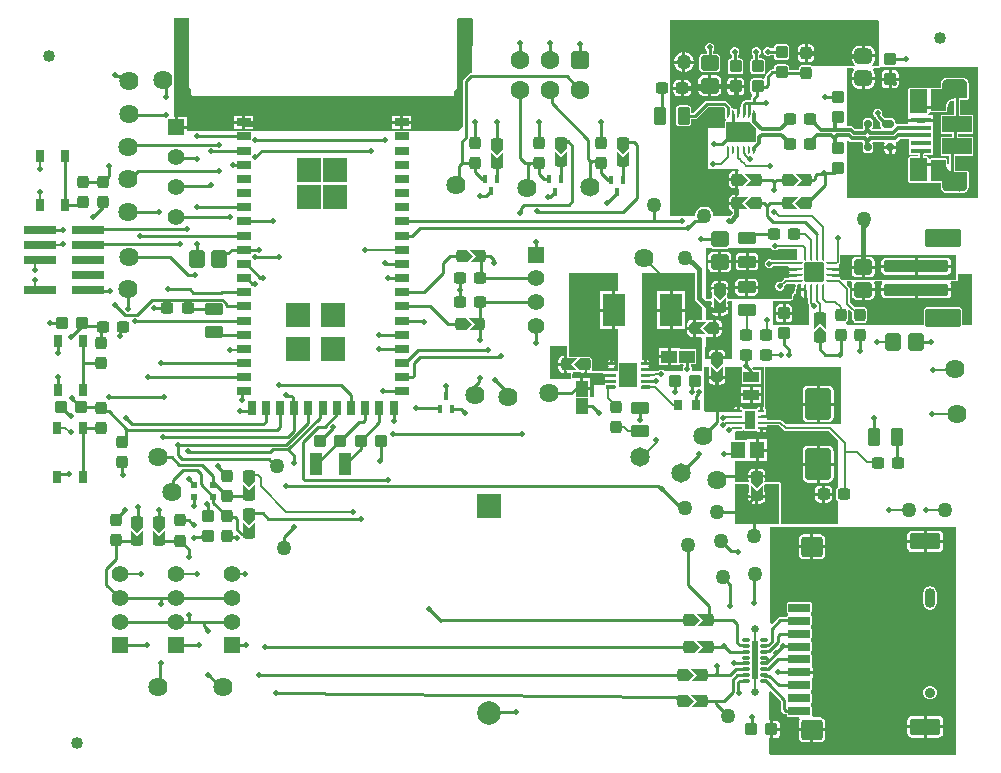
<source format=gtl>
G04*
G04 #@! TF.GenerationSoftware,Altium Limited,Altium Designer,24.1.2 (44)*
G04*
G04 Layer_Physical_Order=1*
G04 Layer_Color=255*
%FSLAX44Y44*%
%MOMM*%
G71*
G04*
G04 #@! TF.SameCoordinates,E849002E-D005-4F9B-B670-832AB9F5597C*
G04*
G04*
G04 #@! TF.FilePolarity,Positive*
G04*
G01*
G75*
%ADD10C,0.2540*%
%ADD11C,0.2000*%
%ADD15C,0.2032*%
%ADD21R,1.2000X0.7000*%
%ADD22R,0.7000X1.2000*%
%ADD23R,2.0000X2.0000*%
G04:AMPARAMS|DCode=24|XSize=1mm|YSize=1.1mm|CornerRadius=0.125mm|HoleSize=0mm|Usage=FLASHONLY|Rotation=270.000|XOffset=0mm|YOffset=0mm|HoleType=Round|Shape=RoundedRectangle|*
%AMROUNDEDRECTD24*
21,1,1.0000,0.8500,0,0,270.0*
21,1,0.7500,1.1000,0,0,270.0*
1,1,0.2500,-0.4250,-0.3750*
1,1,0.2500,-0.4250,0.3750*
1,1,0.2500,0.4250,0.3750*
1,1,0.2500,0.4250,-0.3750*
%
%ADD24ROUNDEDRECTD24*%
%ADD25R,1.1000X1.9000*%
%ADD26R,0.4600X0.6500*%
G04:AMPARAMS|DCode=28|XSize=0.9906mm|YSize=1.0922mm|CornerRadius=0.2477mm|HoleSize=0mm|Usage=FLASHONLY|Rotation=270.000|XOffset=0mm|YOffset=0mm|HoleType=Round|Shape=RoundedRectangle|*
%AMROUNDEDRECTD28*
21,1,0.9906,0.5969,0,0,270.0*
21,1,0.4953,1.0922,0,0,270.0*
1,1,0.4953,-0.2985,-0.2477*
1,1,0.4953,-0.2985,0.2477*
1,1,0.4953,0.2985,0.2477*
1,1,0.4953,0.2985,-0.2477*
%
%ADD28ROUNDEDRECTD28*%
G04:AMPARAMS|DCode=29|XSize=0.9906mm|YSize=1.0922mm|CornerRadius=0.2477mm|HoleSize=0mm|Usage=FLASHONLY|Rotation=0.000|XOffset=0mm|YOffset=0mm|HoleType=Round|Shape=RoundedRectangle|*
%AMROUNDEDRECTD29*
21,1,0.9906,0.5969,0,0,0.0*
21,1,0.4953,1.0922,0,0,0.0*
1,1,0.4953,0.2477,-0.2985*
1,1,0.4953,-0.2477,-0.2985*
1,1,0.4953,-0.2477,0.2985*
1,1,0.4953,0.2477,0.2985*
%
%ADD29ROUNDEDRECTD29*%
%ADD31R,0.5000X0.5000*%
G04:AMPARAMS|DCode=32|XSize=1mm|YSize=1.1mm|CornerRadius=0.125mm|HoleSize=0mm|Usage=FLASHONLY|Rotation=0.000|XOffset=0mm|YOffset=0mm|HoleType=Round|Shape=RoundedRectangle|*
%AMROUNDEDRECTD32*
21,1,1.0000,0.8500,0,0,0.0*
21,1,0.7500,1.1000,0,0,0.0*
1,1,0.2500,0.3750,-0.4250*
1,1,0.2500,-0.3750,-0.4250*
1,1,0.2500,-0.3750,0.4250*
1,1,0.2500,0.3750,0.4250*
%
%ADD32ROUNDEDRECTD32*%
%ADD33R,0.6500X1.0500*%
G04:AMPARAMS|DCode=34|XSize=0.7399mm|YSize=2.7899mm|CornerRadius=0.185mm|HoleSize=0mm|Usage=FLASHONLY|Rotation=270.000|XOffset=0mm|YOffset=0mm|HoleType=Round|Shape=RoundedRectangle|*
%AMROUNDEDRECTD34*
21,1,0.7399,2.4200,0,0,270.0*
21,1,0.3700,2.7899,0,0,270.0*
1,1,0.3700,-1.2100,-0.1850*
1,1,0.3700,-1.2100,0.1850*
1,1,0.3700,1.2100,0.1850*
1,1,0.3700,1.2100,-0.1850*
%
%ADD34ROUNDEDRECTD34*%
G04:AMPARAMS|DCode=35|XSize=1.5mm|YSize=1.3mm|CornerRadius=0.1625mm|HoleSize=0mm|Usage=FLASHONLY|Rotation=270.000|XOffset=0mm|YOffset=0mm|HoleType=Round|Shape=RoundedRectangle|*
%AMROUNDEDRECTD35*
21,1,1.5000,0.9750,0,0,270.0*
21,1,1.1750,1.3000,0,0,270.0*
1,1,0.3250,-0.4875,-0.5875*
1,1,0.3250,-0.4875,0.5875*
1,1,0.3250,0.4875,0.5875*
1,1,0.3250,0.4875,-0.5875*
%
%ADD35ROUNDEDRECTD35*%
G04:AMPARAMS|DCode=36|XSize=1.01mm|YSize=1.47mm|CornerRadius=0.1263mm|HoleSize=0mm|Usage=FLASHONLY|Rotation=270.000|XOffset=0mm|YOffset=0mm|HoleType=Round|Shape=RoundedRectangle|*
%AMROUNDEDRECTD36*
21,1,1.0100,1.2175,0,0,270.0*
21,1,0.7575,1.4700,0,0,270.0*
1,1,0.2525,-0.6088,-0.3787*
1,1,0.2525,-0.6088,0.3787*
1,1,0.2525,0.6088,0.3787*
1,1,0.2525,0.6088,-0.3787*
%
%ADD36ROUNDEDRECTD36*%
%ADD37R,0.8000X0.9000*%
%ADD38R,1.3311X1.0121*%
G04:AMPARAMS|DCode=39|XSize=1.01mm|YSize=1.47mm|CornerRadius=0.1263mm|HoleSize=0mm|Usage=FLASHONLY|Rotation=0.000|XOffset=0mm|YOffset=0mm|HoleType=Round|Shape=RoundedRectangle|*
%AMROUNDEDRECTD39*
21,1,1.0100,1.2175,0,0,0.0*
21,1,0.7575,1.4700,0,0,0.0*
1,1,0.2525,0.3787,-0.6088*
1,1,0.2525,-0.3787,-0.6088*
1,1,0.2525,-0.3787,0.6088*
1,1,0.2525,0.3787,0.6088*
%
%ADD39ROUNDEDRECTD39*%
G04:AMPARAMS|DCode=40|XSize=1.5mm|YSize=1.3mm|CornerRadius=0.1625mm|HoleSize=0mm|Usage=FLASHONLY|Rotation=180.000|XOffset=0mm|YOffset=0mm|HoleType=Round|Shape=RoundedRectangle|*
%AMROUNDEDRECTD40*
21,1,1.5000,0.9750,0,0,180.0*
21,1,1.1750,1.3000,0,0,180.0*
1,1,0.3250,-0.5875,0.4875*
1,1,0.3250,0.5875,0.4875*
1,1,0.3250,0.5875,-0.4875*
1,1,0.3250,-0.5875,-0.4875*
%
%ADD40ROUNDEDRECTD40*%
%ADD41C,1.2700*%
G04:AMPARAMS|DCode=42|XSize=3.3mm|YSize=0.45mm|CornerRadius=0.045mm|HoleSize=0mm|Usage=FLASHONLY|Rotation=270.000|XOffset=0mm|YOffset=0mm|HoleType=Round|Shape=RoundedRectangle|*
%AMROUNDEDRECTD42*
21,1,3.3000,0.3600,0,0,270.0*
21,1,3.2100,0.4500,0,0,270.0*
1,1,0.0900,-0.1800,-1.6050*
1,1,0.0900,-0.1800,1.6050*
1,1,0.0900,0.1800,1.6050*
1,1,0.0900,0.1800,-1.6050*
%
%ADD42ROUNDEDRECTD42*%
G04:AMPARAMS|DCode=43|XSize=0.3mm|YSize=0.63mm|CornerRadius=0.03mm|HoleSize=0mm|Usage=FLASHONLY|Rotation=270.000|XOffset=0mm|YOffset=0mm|HoleType=Round|Shape=RoundedRectangle|*
%AMROUNDEDRECTD43*
21,1,0.3000,0.5700,0,0,270.0*
21,1,0.2400,0.6300,0,0,270.0*
1,1,0.0600,-0.2850,-0.1200*
1,1,0.0600,-0.2850,0.1200*
1,1,0.0600,0.2850,0.1200*
1,1,0.0600,0.2850,-0.1200*
%
%ADD43ROUNDEDRECTD43*%
G04:AMPARAMS|DCode=44|XSize=1.4mm|YSize=2.6mm|CornerRadius=0.175mm|HoleSize=0mm|Usage=FLASHONLY|Rotation=90.000|XOffset=0mm|YOffset=0mm|HoleType=Round|Shape=RoundedRectangle|*
%AMROUNDEDRECTD44*
21,1,1.4000,2.2500,0,0,90.0*
21,1,1.0500,2.6000,0,0,90.0*
1,1,0.3500,1.1250,0.5250*
1,1,0.3500,1.1250,-0.5250*
1,1,0.3500,-1.1250,-0.5250*
1,1,0.3500,-1.1250,0.5250*
%
%ADD44ROUNDEDRECTD44*%
G04:AMPARAMS|DCode=45|XSize=0.7mm|YSize=1.9mm|CornerRadius=0.0875mm|HoleSize=0mm|Usage=FLASHONLY|Rotation=90.000|XOffset=0mm|YOffset=0mm|HoleType=Round|Shape=RoundedRectangle|*
%AMROUNDEDRECTD45*
21,1,0.7000,1.7250,0,0,90.0*
21,1,0.5250,1.9000,0,0,90.0*
1,1,0.1750,0.8625,0.2625*
1,1,0.1750,0.8625,-0.2625*
1,1,0.1750,-0.8625,-0.2625*
1,1,0.1750,-0.8625,0.2625*
%
%ADD45ROUNDEDRECTD45*%
G04:AMPARAMS|DCode=46|XSize=1.7mm|YSize=1.8mm|CornerRadius=0.2125mm|HoleSize=0mm|Usage=FLASHONLY|Rotation=90.000|XOffset=0mm|YOffset=0mm|HoleType=Round|Shape=RoundedRectangle|*
%AMROUNDEDRECTD46*
21,1,1.7000,1.3750,0,0,90.0*
21,1,1.2750,1.8000,0,0,90.0*
1,1,0.4250,0.6875,0.6375*
1,1,0.4250,0.6875,-0.6375*
1,1,0.4250,-0.6875,-0.6375*
1,1,0.4250,-0.6875,0.6375*
%
%ADD46ROUNDEDRECTD46*%
G04:AMPARAMS|DCode=48|XSize=2.2mm|YSize=2.7mm|CornerRadius=0.275mm|HoleSize=0mm|Usage=FLASHONLY|Rotation=0.000|XOffset=0mm|YOffset=0mm|HoleType=Round|Shape=RoundedRectangle|*
%AMROUNDEDRECTD48*
21,1,2.2000,2.1500,0,0,0.0*
21,1,1.6500,2.7000,0,0,0.0*
1,1,0.5500,0.8250,-1.0750*
1,1,0.5500,-0.8250,-1.0750*
1,1,0.5500,-0.8250,1.0750*
1,1,0.5500,0.8250,1.0750*
%
%ADD48ROUNDEDRECTD48*%
%ADD49R,1.7500X0.4000*%
%ADD50R,2.5000X1.3750*%
G04:AMPARAMS|DCode=51|XSize=0.966mm|YSize=0.2393mm|CornerRadius=0.0598mm|HoleSize=0mm|Usage=FLASHONLY|Rotation=180.000|XOffset=0mm|YOffset=0mm|HoleType=Round|Shape=RoundedRectangle|*
%AMROUNDEDRECTD51*
21,1,0.9660,0.1196,0,0,180.0*
21,1,0.8464,0.2393,0,0,180.0*
1,1,0.1196,-0.4232,0.0598*
1,1,0.1196,0.4232,0.0598*
1,1,0.1196,0.4232,-0.0598*
1,1,0.1196,-0.4232,-0.0598*
%
%ADD51ROUNDEDRECTD51*%
G04:AMPARAMS|DCode=52|XSize=0.2393mm|YSize=0.966mm|CornerRadius=0.0598mm|HoleSize=0mm|Usage=FLASHONLY|Rotation=180.000|XOffset=0mm|YOffset=0mm|HoleType=Round|Shape=RoundedRectangle|*
%AMROUNDEDRECTD52*
21,1,0.2393,0.8464,0,0,180.0*
21,1,0.1196,0.9660,0,0,180.0*
1,1,0.1196,-0.0598,0.4232*
1,1,0.1196,0.0598,0.4232*
1,1,0.1196,0.0598,-0.4232*
1,1,0.1196,-0.0598,-0.4232*
%
%ADD52ROUNDEDRECTD52*%
%ADD53R,1.9050X2.7900*%
G04:AMPARAMS|DCode=54|XSize=1mm|YSize=5.5mm|CornerRadius=0.125mm|HoleSize=0mm|Usage=FLASHONLY|Rotation=270.000|XOffset=0mm|YOffset=0mm|HoleType=Round|Shape=RoundedRectangle|*
%AMROUNDEDRECTD54*
21,1,1.0000,5.2500,0,0,270.0*
21,1,0.7500,5.5000,0,0,270.0*
1,1,0.2500,-2.6250,-0.3750*
1,1,0.2500,-2.6250,0.3750*
1,1,0.2500,2.6250,0.3750*
1,1,0.2500,2.6250,-0.3750*
%
%ADD54ROUNDEDRECTD54*%
G04:AMPARAMS|DCode=55|XSize=1.6mm|YSize=3mm|CornerRadius=0.2mm|HoleSize=0mm|Usage=FLASHONLY|Rotation=270.000|XOffset=0mm|YOffset=0mm|HoleType=Round|Shape=RoundedRectangle|*
%AMROUNDEDRECTD55*
21,1,1.6000,2.6000,0,0,270.0*
21,1,1.2000,3.0000,0,0,270.0*
1,1,0.4000,-1.3000,-0.6000*
1,1,0.4000,-1.3000,0.6000*
1,1,0.4000,1.3000,0.6000*
1,1,0.4000,1.3000,-0.6000*
%
%ADD55ROUNDEDRECTD55*%
%ADD56R,1.0121X1.3311*%
G04:AMPARAMS|DCode=57|XSize=0.25mm|YSize=0.5mm|CornerRadius=0.05mm|HoleSize=0mm|Usage=FLASHONLY|Rotation=90.000|XOffset=0mm|YOffset=0mm|HoleType=Round|Shape=RoundedRectangle|*
%AMROUNDEDRECTD57*
21,1,0.2500,0.4000,0,0,90.0*
21,1,0.1500,0.5000,0,0,90.0*
1,1,0.1000,0.2000,0.0750*
1,1,0.1000,0.2000,-0.0750*
1,1,0.1000,-0.2000,-0.0750*
1,1,0.1000,-0.2000,0.0750*
%
%ADD57ROUNDEDRECTD57*%
%ADD58R,1.3500X0.9500*%
%ADD59R,1.2546X1.4562*%
G04:AMPARAMS|DCode=62|XSize=1.5mm|YSize=1.3mm|CornerRadius=0.325mm|HoleSize=0mm|Usage=FLASHONLY|Rotation=180.000|XOffset=0mm|YOffset=0mm|HoleType=Round|Shape=RoundedRectangle|*
%AMROUNDEDRECTD62*
21,1,1.5000,0.6500,0,0,180.0*
21,1,0.8500,1.3000,0,0,180.0*
1,1,0.6500,-0.4250,0.3250*
1,1,0.6500,0.4250,0.3250*
1,1,0.6500,0.4250,-0.3250*
1,1,0.6500,-0.4250,-0.3250*
%
%ADD62ROUNDEDRECTD62*%
G04:AMPARAMS|DCode=67|XSize=0.65mm|YSize=0.25mm|CornerRadius=0.0625mm|HoleSize=0mm|Usage=FLASHONLY|Rotation=270.000|XOffset=0mm|YOffset=0mm|HoleType=Round|Shape=RoundedRectangle|*
%AMROUNDEDRECTD67*
21,1,0.6500,0.1250,0,0,270.0*
21,1,0.5250,0.2500,0,0,270.0*
1,1,0.1250,-0.0625,-0.2625*
1,1,0.1250,-0.0625,0.2625*
1,1,0.1250,0.0625,0.2625*
1,1,0.1250,0.0625,-0.2625*
%
%ADD67ROUNDEDRECTD67*%
G04:AMPARAMS|DCode=88|XSize=1.6637mm|YSize=1.6637mm|CornerRadius=0.0499mm|HoleSize=0mm|Usage=FLASHONLY|Rotation=180.000|XOffset=0mm|YOffset=0mm|HoleType=Round|Shape=RoundedRectangle|*
%AMROUNDEDRECTD88*
21,1,1.6637,1.5639,0,0,180.0*
21,1,1.5639,1.6637,0,0,180.0*
1,1,0.0998,-0.7819,0.7819*
1,1,0.0998,0.7819,0.7819*
1,1,0.0998,0.7819,-0.7819*
1,1,0.0998,-0.7819,-0.7819*
%
%ADD88ROUNDEDRECTD88*%
%ADD92C,0.2520*%
%ADD93R,1.6000X2.1500*%
%ADD115C,0.5080*%
%ADD116C,0.5000*%
%AMCUSTOMSHAPE118*
4,1,5,-1.2500,-0.8500,-1.2500,0.8500,0.7400,0.8500,1.2500,0.3400,1.2500,-0.8500,-1.2500,-0.8500,0.0*%
%ADD118CUSTOMSHAPE118*%

%ADD119C,1.0160*%
G04:AMPARAMS|DCode=120|XSize=0.8128mm|YSize=1.016mm|CornerRadius=0.2032mm|HoleSize=0mm|Usage=FLASHONLY|Rotation=270.000|XOffset=0mm|YOffset=0mm|HoleType=Round|Shape=RoundedRectangle|*
%AMROUNDEDRECTD120*
21,1,0.8128,0.6096,0,0,270.0*
21,1,0.4064,1.0160,0,0,270.0*
1,1,0.4064,-0.3048,-0.2032*
1,1,0.4064,-0.3048,0.2032*
1,1,0.4064,0.3048,0.2032*
1,1,0.4064,0.3048,-0.2032*
%
%ADD120ROUNDEDRECTD120*%
G04:AMPARAMS|DCode=121|XSize=0.8128mm|YSize=1.016mm|CornerRadius=0.2032mm|HoleSize=0mm|Usage=FLASHONLY|Rotation=0.000|XOffset=0mm|YOffset=0mm|HoleType=Round|Shape=RoundedRectangle|*
%AMROUNDEDRECTD121*
21,1,0.8128,0.6096,0,0,0.0*
21,1,0.4064,1.0160,0,0,0.0*
1,1,0.4064,0.2032,-0.3048*
1,1,0.4064,-0.2032,-0.3048*
1,1,0.4064,-0.2032,0.3048*
1,1,0.4064,0.2032,0.3048*
%
%ADD121ROUNDEDRECTD121*%
%ADD122C,1.6510*%
G04:AMPARAMS|DCode=123|XSize=0.9mm|YSize=1.6mm|CornerRadius=0.0495mm|HoleSize=0mm|Usage=FLASHONLY|Rotation=0.000|XOffset=0mm|YOffset=0mm|HoleType=Round|Shape=RoundedRectangle|*
%AMROUNDEDRECTD123*
21,1,0.9000,1.5010,0,0,0.0*
21,1,0.8010,1.6000,0,0,0.0*
1,1,0.0990,0.4005,-0.7505*
1,1,0.0990,-0.4005,-0.7505*
1,1,0.0990,-0.4005,0.7505*
1,1,0.0990,0.4005,0.7505*
%
%ADD123ROUNDEDRECTD123*%
G04:AMPARAMS|DCode=124|XSize=0.7mm|YSize=0.6mm|CornerRadius=0.15mm|HoleSize=0mm|Usage=FLASHONLY|Rotation=270.000|XOffset=0mm|YOffset=0mm|HoleType=Round|Shape=RoundedRectangle|*
%AMROUNDEDRECTD124*
21,1,0.7000,0.3000,0,0,270.0*
21,1,0.4000,0.6000,0,0,270.0*
1,1,0.3000,-0.1500,-0.2000*
1,1,0.3000,-0.1500,0.2000*
1,1,0.3000,0.1500,0.2000*
1,1,0.3000,0.1500,-0.2000*
%
%ADD124ROUNDEDRECTD124*%
G04:AMPARAMS|DCode=125|XSize=0.7mm|YSize=1mm|CornerRadius=0.175mm|HoleSize=0mm|Usage=FLASHONLY|Rotation=270.000|XOffset=0mm|YOffset=0mm|HoleType=Round|Shape=RoundedRectangle|*
%AMROUNDEDRECTD125*
21,1,0.7000,0.6500,0,0,270.0*
21,1,0.3500,1.0000,0,0,270.0*
1,1,0.3500,-0.3250,-0.1750*
1,1,0.3500,-0.3250,0.1750*
1,1,0.3500,0.3250,0.1750*
1,1,0.3500,0.3250,-0.1750*
%
%ADD125ROUNDEDRECTD125*%
%ADD126C,0.2030*%
%ADD127C,0.3810*%
%ADD128C,0.3341*%
%ADD129C,0.2034*%
%ADD130C,0.2080*%
%ADD131C,2.0000*%
%ADD132C,1.6000*%
G04:AMPARAMS|DCode=133|XSize=1.6mm|YSize=1.6mm|CornerRadius=0.4mm|HoleSize=0mm|Usage=FLASHONLY|Rotation=180.000|XOffset=0mm|YOffset=0mm|HoleType=Round|Shape=RoundedRectangle|*
%AMROUNDEDRECTD133*
21,1,1.6000,0.8000,0,0,180.0*
21,1,0.8000,1.6000,0,0,180.0*
1,1,0.8000,-0.4000,0.4000*
1,1,0.8000,0.4000,0.4000*
1,1,0.8000,0.4000,-0.4000*
1,1,0.8000,-0.4000,-0.4000*
%
%ADD133ROUNDEDRECTD133*%
%ADD134R,1.4000X1.4000*%
%ADD135C,1.4000*%
%ADD136C,1.6256*%
%ADD137R,1.3980X1.3980*%
%ADD138C,1.3980*%
%ADD139O,0.9000X1.7000*%
%ADD140C,0.9000*%
%ADD141O,1.4600X1.0000*%
%ADD142O,1.8000X1.0000*%
%ADD143C,0.5500*%
%ADD144C,0.6350*%
G36*
X748087Y633714D02*
Y595162D01*
X742506D01*
X742120Y596432D01*
X742937Y596978D01*
X744105Y598725D01*
X744515Y600786D01*
Y602766D01*
X734879D01*
X725244D01*
Y600786D01*
X725654Y598725D01*
X726821Y596978D01*
X727638Y596432D01*
X727253Y595162D01*
X691488D01*
X690304Y595954D01*
X688842Y596245D01*
X683889D01*
X682427Y595954D01*
X681188Y595126D01*
X680360Y593887D01*
X680069Y592425D01*
Y592030D01*
X671857D01*
Y594350D01*
X671661Y595334D01*
X671104Y596167D01*
X670270Y596724D01*
X669287Y596920D01*
X661787D01*
X660804Y596724D01*
X659970Y596167D01*
X659414Y595334D01*
X659218Y594350D01*
Y592690D01*
X657527D01*
X656536Y592493D01*
X655696Y591932D01*
X652022Y588258D01*
X651461Y587417D01*
X651264Y586426D01*
Y585606D01*
X650773Y585226D01*
X649994Y584828D01*
X649221Y584982D01*
X641721D01*
X640738Y584786D01*
X639905Y584229D01*
X639347Y583396D01*
X639152Y582412D01*
Y573912D01*
X639347Y572929D01*
X639905Y572095D01*
X640518Y571685D01*
X640808Y570719D01*
X640850Y570221D01*
X640666Y570037D01*
X640105Y569197D01*
X639907Y568206D01*
Y566646D01*
X637997D01*
X637006Y566449D01*
X636959Y566417D01*
X634985D01*
X633994Y566220D01*
X633154Y565659D01*
X631666Y564171D01*
X631105Y563330D01*
X630908Y562339D01*
Y561545D01*
X630267Y561020D01*
Y555172D01*
X627727D01*
Y560378D01*
X627336Y560300D01*
X626457Y559713D01*
X626447Y559699D01*
X625862Y559582D01*
X625122Y559729D01*
X623872D01*
X623857Y559726D01*
X622607Y560614D01*
X622579Y560669D01*
X622390Y561619D01*
X621828Y562460D01*
X618778Y565510D01*
X617938Y566071D01*
X616947Y566268D01*
X602647D01*
X601656Y566071D01*
X600816Y565510D01*
X591285Y555978D01*
X588998D01*
Y559476D01*
X588801Y560464D01*
X588241Y561302D01*
X587404Y561861D01*
X586416Y562058D01*
X578841D01*
X577853Y561861D01*
X577015Y561302D01*
X576455Y560464D01*
X576453Y560456D01*
D01*
X576280Y559582D01*
X576259Y559476D01*
Y547301D01*
X576455Y546313D01*
X577015Y545475D01*
X577853Y544915D01*
X578841Y544719D01*
X586416D01*
X587404Y544915D01*
X588241Y545475D01*
X588801Y546313D01*
X588998Y547301D01*
Y550799D01*
X592357D01*
X593348Y550996D01*
X594188Y551557D01*
X603720Y561089D01*
X615875D01*
X617407Y559556D01*
Y555172D01*
X617440Y555008D01*
Y552547D01*
X617587Y551808D01*
X618006Y551181D01*
X618626Y550767D01*
X618699Y550036D01*
X618580Y549478D01*
X617775Y549144D01*
X617373Y548172D01*
Y542815D01*
X603561D01*
Y508463D01*
X628278D01*
X629383Y507327D01*
X629365Y506734D01*
X629272Y506574D01*
X628599D01*
Y499382D01*
Y492108D01*
X629762Y491087D01*
X629711Y486715D01*
X629361Y486431D01*
X628599D01*
Y485431D01*
X628261Y485291D01*
X627859Y484319D01*
Y479239D01*
X627329D01*
Y477969D01*
X621153D01*
Y476191D01*
X621469Y474605D01*
X622367Y473261D01*
X623711Y472363D01*
X624091Y472287D01*
Y470737D01*
X622157Y468802D01*
X614221D01*
X607769Y468802D01*
Y469806D01*
X607250Y471744D01*
X606247Y473481D01*
X604828Y474900D01*
X603091Y475903D01*
X601153Y476423D01*
X599146D01*
X597208Y475903D01*
X595471Y474900D01*
X594052Y473481D01*
X593049Y471744D01*
X592529Y469806D01*
Y468802D01*
X570795Y468802D01*
Y542815D01*
Y561183D01*
Y572750D01*
X570841Y572818D01*
X571132Y574280D01*
Y579233D01*
X570841Y580695D01*
X570795Y580763D01*
Y634668D01*
X747325D01*
X748087Y633714D01*
D02*
G37*
G36*
X831694Y483670D02*
X720976D01*
X720976Y532095D01*
X722246Y532621D01*
X722795Y532072D01*
X723768Y531422D01*
X724915Y531194D01*
X733945D01*
X734624Y529924D01*
X734478Y529705D01*
X734263Y528624D01*
Y524624D01*
X734478Y523544D01*
X735090Y522627D01*
X736006Y522015D01*
X737087Y521800D01*
X740087D01*
X741168Y522015D01*
X742084Y522627D01*
X742697Y523544D01*
X742912Y524624D01*
Y528624D01*
X742697Y529705D01*
X742550Y529924D01*
X743229Y531194D01*
X752029D01*
X752744Y530029D01*
X752745Y529924D01*
X752486Y528624D01*
Y527894D01*
X757587D01*
X762689D01*
Y528624D01*
X762414Y530002D01*
X762388Y530042D01*
X762785Y531326D01*
X762938Y531504D01*
X763788Y532072D01*
X765596Y533880D01*
X773357D01*
Y526987D01*
Y520487D01*
X780738D01*
Y519132D01*
X774027D01*
X773055Y518729D01*
X772653Y517757D01*
Y512598D01*
X772635Y512507D01*
X772653Y512416D01*
Y497757D01*
X773055Y496785D01*
X774027Y496382D01*
X788627D01*
X789599Y496785D01*
X790835Y496785D01*
X791807Y496382D01*
X800253D01*
Y493257D01*
X800266Y493224D01*
X800254Y493191D01*
X800274Y492771D01*
X800303Y492709D01*
X800286Y492643D01*
X800316Y492433D01*
X800337Y492397D01*
X800329Y492357D01*
X800369Y492158D01*
X800384Y492135D01*
X800380Y492108D01*
X800430Y491898D01*
X800455Y491864D01*
X800451Y491822D01*
X800511Y491622D01*
X800539Y491587D01*
X800537Y491542D01*
X800607Y491352D01*
X800621Y491337D01*
X800621Y491316D01*
X800701Y491116D01*
X800733Y491084D01*
X800735Y491039D01*
X800825Y490849D01*
X800860Y490817D01*
X800866Y490769D01*
X800966Y490589D01*
X800990Y490570D01*
X800994Y490540D01*
X801104Y490360D01*
X801120Y490349D01*
X801123Y490330D01*
X801233Y490160D01*
X801281Y490127D01*
X801295Y490072D01*
X801425Y489902D01*
X801467Y489878D01*
X801483Y489832D01*
X801623Y489672D01*
X801644Y489661D01*
X801652Y489639D01*
X801792Y489489D01*
X801838Y489468D01*
X801859Y489422D01*
X802009Y489282D01*
X802032Y489274D01*
X802042Y489252D01*
X802202Y489112D01*
X802248Y489097D01*
X802272Y489055D01*
X802442Y488925D01*
X802498Y488910D01*
X802531Y488863D01*
X802701Y488753D01*
X802719Y488749D01*
X802730Y488734D01*
X802910Y488624D01*
X802941Y488619D01*
X802960Y488595D01*
X803140Y488495D01*
X803187Y488490D01*
X803219Y488455D01*
X803409Y488365D01*
X803454Y488362D01*
X803487Y488331D01*
X803687Y488251D01*
X803707Y488251D01*
X803722Y488237D01*
X803912Y488167D01*
X803957Y488169D01*
X803992Y488140D01*
X804192Y488080D01*
X804235Y488084D01*
X804269Y488060D01*
X804479Y488010D01*
X804505Y488014D01*
X804528Y487999D01*
X804728Y487959D01*
X804768Y487967D01*
X804803Y487946D01*
X805013Y487916D01*
X805080Y487933D01*
X805142Y487904D01*
X805562Y487884D01*
X805595Y487896D01*
X805627Y487882D01*
X814838D01*
X815555Y487740D01*
X816271Y487882D01*
X818627D01*
X818660Y487896D01*
X818693Y487884D01*
X819113Y487904D01*
X819175Y487933D01*
X819242Y487916D01*
X819452Y487946D01*
X819487Y487967D01*
X819527Y487959D01*
X819727Y487999D01*
X819749Y488014D01*
X819776Y488010D01*
X819986Y488060D01*
X820020Y488084D01*
X820062Y488080D01*
X820262Y488140D01*
X820297Y488169D01*
X820342Y488167D01*
X820533Y488237D01*
X820547Y488251D01*
X820568Y488251D01*
X820768Y488331D01*
X820800Y488362D01*
X820846Y488365D01*
X821036Y488455D01*
X821068Y488490D01*
X821115Y488495D01*
X821295Y488595D01*
X821314Y488619D01*
X821344Y488624D01*
X821524Y488734D01*
X821535Y488749D01*
X821554Y488753D01*
X821724Y488863D01*
X821757Y488910D01*
X821812Y488925D01*
X821982Y489055D01*
X822007Y489097D01*
X822052Y489112D01*
X822212Y489252D01*
X822223Y489274D01*
X822245Y489282D01*
X822395Y489422D01*
X822416Y489468D01*
X822462Y489489D01*
X822602Y489639D01*
X822611Y489661D01*
X822632Y489672D01*
X822772Y489832D01*
X822787Y489878D01*
X822829Y489902D01*
X822959Y490072D01*
X822974Y490127D01*
X823021Y490160D01*
X823131Y490330D01*
X823135Y490349D01*
X823150Y490360D01*
X823260Y490540D01*
X823265Y490570D01*
X823289Y490589D01*
X823389Y490769D01*
X823394Y490817D01*
X823430Y490849D01*
X823520Y491039D01*
X823522Y491084D01*
X823554Y491116D01*
X823634Y491316D01*
X823633Y491337D01*
X823647Y491352D01*
X823717Y491542D01*
X823715Y491587D01*
X823744Y491622D01*
X823804Y491822D01*
X823800Y491864D01*
X823824Y491898D01*
X823875Y492108D01*
X823870Y492135D01*
X823885Y492158D01*
X823925Y492357D01*
X823917Y492397D01*
X823938Y492433D01*
X823968Y492643D01*
X823951Y492709D01*
X823980Y492771D01*
X824000Y493191D01*
X823988Y493224D01*
X824002Y493257D01*
Y505507D01*
X823599Y506479D01*
X822627Y506882D01*
X812717D01*
Y519237D01*
X827897D01*
Y535527D01*
X814717D01*
Y537987D01*
X827897D01*
Y554277D01*
X816717D01*
Y566632D01*
X822627D01*
X823599Y567035D01*
X824002Y568007D01*
Y580257D01*
X823988Y580289D01*
X824000Y580322D01*
X823980Y580742D01*
X823951Y580805D01*
X823968Y580871D01*
X823938Y581081D01*
X823917Y581116D01*
X823925Y581156D01*
X823885Y581356D01*
X823870Y581379D01*
X823875Y581405D01*
X823824Y581615D01*
X823800Y581650D01*
X823804Y581692D01*
X823744Y581892D01*
X823715Y581927D01*
X823717Y581972D01*
X823647Y582162D01*
X823633Y582177D01*
X823634Y582197D01*
X823554Y582397D01*
X823522Y582430D01*
X823520Y582475D01*
X823430Y582665D01*
X823394Y582697D01*
X823389Y582744D01*
X823289Y582924D01*
X823265Y582944D01*
X823260Y582974D01*
X823150Y583154D01*
X823135Y583165D01*
X823131Y583184D01*
X823021Y583354D01*
X822974Y583386D01*
X822959Y583442D01*
X822829Y583612D01*
X822787Y583636D01*
X822772Y583682D01*
X822632Y583842D01*
X822611Y583853D01*
X822602Y583875D01*
X822462Y584025D01*
X822416Y584046D01*
X822395Y584092D01*
X822245Y584232D01*
X822223Y584240D01*
X822212Y584262D01*
X822052Y584402D01*
X822007Y584417D01*
X821982Y584459D01*
X821812Y584589D01*
X821757Y584604D01*
X821724Y584651D01*
X821554Y584761D01*
X821535Y584765D01*
X821524Y584780D01*
X821344Y584890D01*
X821314Y584895D01*
X821295Y584919D01*
X821115Y585019D01*
X821068Y585024D01*
X821036Y585059D01*
X820846Y585149D01*
X820800Y585151D01*
X820768Y585183D01*
X820568Y585263D01*
X820547Y585263D01*
X820533Y585277D01*
X820342Y585347D01*
X820297Y585345D01*
X820262Y585374D01*
X820062Y585434D01*
X820020Y585429D01*
X819986Y585454D01*
X819776Y585504D01*
X819749Y585500D01*
X819727Y585515D01*
X819527Y585555D01*
X819487Y585547D01*
X819452Y585568D01*
X819242Y585598D01*
X819175Y585581D01*
X819113Y585610D01*
X818693Y585630D01*
X818660Y585618D01*
X818627Y585632D01*
X805627D01*
X805595Y585618D01*
X805562Y585630D01*
X805142Y585610D01*
X805080Y585581D01*
X805013Y585598D01*
X804803Y585568D01*
X804768Y585547D01*
X804728Y585555D01*
X804528Y585515D01*
X804505Y585500D01*
X804479Y585504D01*
X804269Y585454D01*
X804235Y585429D01*
X804192Y585434D01*
X803992Y585374D01*
X803957Y585345D01*
X803912Y585347D01*
X803722Y585277D01*
X803707Y585263D01*
X803687Y585263D01*
X803487Y585183D01*
X803454Y585151D01*
X803409Y585149D01*
X803219Y585059D01*
X803187Y585024D01*
X803140Y585019D01*
X802960Y584919D01*
X802941Y584895D01*
X802910Y584890D01*
X802730Y584780D01*
X802719Y584765D01*
X802701Y584761D01*
X802531Y584651D01*
X802498Y584604D01*
X802442Y584589D01*
X802272Y584459D01*
X802248Y584417D01*
X802202Y584402D01*
X802042Y584262D01*
X802032Y584240D01*
X802009Y584232D01*
X801859Y584092D01*
X801838Y584046D01*
X801792Y584025D01*
X801652Y583875D01*
X801644Y583853D01*
X801623Y583842D01*
X801483Y583682D01*
X801467Y583636D01*
X801425Y583612D01*
X801295Y583442D01*
X801281Y583386D01*
X801233Y583354D01*
X801123Y583184D01*
X801120Y583165D01*
X801104Y583154D01*
X800994Y582974D01*
X800990Y582944D01*
X800966Y582924D01*
X800866Y582744D01*
X800860Y582697D01*
X800825Y582665D01*
X800735Y582475D01*
X800733Y582430D01*
X800701Y582397D01*
X800621Y582197D01*
X800621Y582177D01*
X800607Y582162D01*
X800537Y581972D01*
X800539Y581927D01*
X800511Y581892D01*
X800451Y581692D01*
X800455Y581650D01*
X800430Y581615D01*
X800380Y581405D01*
X800384Y581379D01*
X800369Y581356D01*
X800329Y581156D01*
X800337Y581116D01*
X800316Y581081D01*
X800286Y580871D01*
X800303Y580805D01*
X800274Y580742D01*
X800254Y580322D01*
X800266Y580289D01*
X800253Y580257D01*
Y577132D01*
X791807D01*
X790835Y576729D01*
X789599Y576729D01*
X788627Y577132D01*
X774027D01*
X773055Y576729D01*
X772653Y575757D01*
Y561098D01*
X772635Y561007D01*
X772653Y560916D01*
Y555757D01*
X772942Y555059D01*
X772595Y553789D01*
X772595D01*
Y551027D01*
X783377D01*
X794159D01*
Y553789D01*
X790263D01*
X789713Y555059D01*
X789988Y555723D01*
X790044Y555777D01*
X791272Y556354D01*
X791807Y556132D01*
X804627D01*
X805599Y556535D01*
X806002Y557507D01*
Y560490D01*
X806011Y560826D01*
X806035Y561147D01*
X806076Y561468D01*
X806131Y561770D01*
X806213Y562081D01*
X806307Y562407D01*
X806411Y562704D01*
X806531Y562992D01*
X806677Y563293D01*
X806821Y563572D01*
X806989Y563837D01*
X807174Y564114D01*
X807361Y564356D01*
X807572Y564599D01*
X807799Y564835D01*
X808035Y565062D01*
X808279Y565273D01*
X808520Y565460D01*
X808798Y565645D01*
X809062Y565813D01*
X809341Y565957D01*
X809642Y566103D01*
X809930Y566223D01*
X810227Y566327D01*
X810267Y566339D01*
X811123Y565913D01*
X811349Y565711D01*
X811492Y565477D01*
X811537Y565325D01*
Y554277D01*
X800357D01*
Y537987D01*
X809538D01*
Y535527D01*
X800357D01*
Y519237D01*
X807538D01*
Y512673D01*
X807529Y512655D01*
X806267Y512124D01*
X806038Y512349D01*
X806035Y512367D01*
X806011Y512688D01*
X806002Y513024D01*
Y516007D01*
X805599Y516979D01*
X804627Y517382D01*
X791807D01*
X791272Y517160D01*
X790044Y517737D01*
X789988Y517791D01*
X789599Y518729D01*
X788627Y519132D01*
X785917D01*
Y520487D01*
X793397D01*
Y526987D01*
Y533487D01*
Y545725D01*
X794159D01*
Y548487D01*
X783377D01*
X772595D01*
Y546376D01*
X763975D01*
X763186Y546220D01*
X761916Y546951D01*
Y548374D01*
X761682Y549553D01*
X761015Y550552D01*
X760016Y551219D01*
X758837Y551454D01*
X752921D01*
X750454Y553920D01*
X750847Y554866D01*
Y556382D01*
X750267Y557783D01*
X749195Y558854D01*
X747795Y559434D01*
X746279D01*
X744878Y558854D01*
X743807Y557783D01*
X743227Y556382D01*
Y554866D01*
X743807Y553466D01*
X744878Y552394D01*
X745110Y552299D01*
X745130Y552198D01*
X745692Y551358D01*
X749258Y547791D01*
Y544874D01*
X749492Y543696D01*
X749741Y543325D01*
X749062Y542055D01*
X743229D01*
X742550Y543325D01*
X742697Y543544D01*
X742912Y544624D01*
Y548624D01*
X742697Y549705D01*
X742084Y550621D01*
X741168Y551234D01*
X740087Y551449D01*
X737087D01*
X736006Y551234D01*
X735090Y550621D01*
X734478Y549705D01*
X734263Y548624D01*
Y544624D01*
X734478Y543544D01*
X734624Y543325D01*
X733945Y542055D01*
X728172D01*
X726485Y543742D01*
X725513Y544392D01*
X724365Y544620D01*
X720976D01*
Y548374D01*
X720976Y585515D01*
Y593788D01*
X725850D01*
X726997Y592518D01*
X726963Y592189D01*
X726821Y592094D01*
X725654Y590347D01*
X725244Y588286D01*
Y586306D01*
X734879D01*
X744515D01*
Y588286D01*
X744105Y590347D01*
X742937Y592094D01*
X742795Y592189D01*
X742762Y592518D01*
X743909Y593788D01*
X748087D01*
X749059Y594190D01*
X749141Y594388D01*
X831694D01*
X831694Y483670D01*
D02*
G37*
G36*
X404309Y635212D02*
X403740Y589550D01*
X402478D01*
X401487Y589353D01*
X400647Y588792D01*
X396630Y584775D01*
X396068Y583935D01*
X395871Y582944D01*
Y544886D01*
X391385Y540400D01*
X351331D01*
Y540698D01*
X336791D01*
Y540400D01*
X217330D01*
Y540698D01*
X202791D01*
Y540400D01*
X162162D01*
Y542173D01*
X153140D01*
Y543443D01*
X151870D01*
Y552465D01*
X151580D01*
Y636115D01*
X164264D01*
Y577956D01*
X164560Y576469D01*
X165402Y575209D01*
X165648Y575044D01*
Y571675D01*
X166051Y570703D01*
X167023Y570300D01*
X387023D01*
X387995Y570703D01*
X388397Y571675D01*
Y574312D01*
X388673Y574367D01*
X388677Y574370D01*
X388682Y574370D01*
X389308Y574791D01*
X389933Y575209D01*
X389936Y575213D01*
X389940Y575216D01*
X390356Y575841D01*
X390775Y576469D01*
X390776Y576474D01*
X390779Y576478D01*
X390924Y577218D01*
X391071Y577956D01*
X391070Y577961D01*
X391071Y577966D01*
X390926Y635216D01*
X391823Y636115D01*
X403416D01*
X404309Y635212D01*
D02*
G37*
G36*
X818837Y584247D02*
X819047Y584237D01*
X819257Y584207D01*
X819457Y584167D01*
X819667Y584117D01*
X819867Y584057D01*
X820057Y583987D01*
X820257Y583907D01*
X820447Y583817D01*
X820627Y583717D01*
X820807Y583607D01*
X820977Y583497D01*
X821147Y583367D01*
X821307Y583227D01*
X821457Y583087D01*
X821597Y582937D01*
X821737Y582777D01*
X821867Y582607D01*
X821977Y582437D01*
X822087Y582257D01*
X822187Y582077D01*
X822277Y581887D01*
X822357Y581687D01*
X822427Y581497D01*
X822487Y581297D01*
X822537Y581087D01*
X822577Y580887D01*
X822607Y580677D01*
X822617Y580467D01*
X822627Y580257D01*
Y568007D01*
X812127D01*
X811737Y567997D01*
X811347Y567967D01*
X810957Y567917D01*
X810567Y567847D01*
X810187Y567747D01*
X809807Y567637D01*
X809437Y567507D01*
X809077Y567357D01*
X808727Y567187D01*
X808377Y567007D01*
X808047Y566797D01*
X807717Y566577D01*
X807407Y566337D01*
X807107Y566077D01*
X806827Y565807D01*
X806557Y565527D01*
X806297Y565227D01*
X806057Y564917D01*
X805837Y564587D01*
X805627Y564257D01*
X805447Y563907D01*
X805277Y563557D01*
X805127Y563197D01*
X804997Y562827D01*
X804887Y562447D01*
X804787Y562067D01*
X804717Y561677D01*
X804667Y561287D01*
X804637Y560897D01*
X804627Y560507D01*
Y557507D01*
X791807D01*
Y575757D01*
X801627D01*
Y580257D01*
X801637Y580467D01*
X801647Y580677D01*
X801677Y580887D01*
X801717Y581087D01*
X801767Y581297D01*
X801827Y581497D01*
X801897Y581687D01*
X801977Y581887D01*
X802067Y582077D01*
X802167Y582257D01*
X802277Y582437D01*
X802387Y582607D01*
X802517Y582777D01*
X802657Y582937D01*
X802797Y583087D01*
X802947Y583227D01*
X803107Y583367D01*
X803277Y583497D01*
X803447Y583607D01*
X803627Y583717D01*
X803807Y583817D01*
X803997Y583907D01*
X804197Y583987D01*
X804387Y584057D01*
X804587Y584117D01*
X804797Y584167D01*
X804997Y584207D01*
X805207Y584237D01*
X805417Y584247D01*
X805627Y584257D01*
X818627D01*
X818837Y584247D01*
D02*
G37*
G36*
X788627Y555757D02*
X774027D01*
Y575757D01*
X788627D01*
Y555757D01*
D02*
G37*
G36*
X536687Y526185D02*
X531607Y521105D01*
X526527Y526185D01*
Y529296D01*
X536687D01*
Y526185D01*
D02*
G37*
G36*
X483648D02*
X478568Y521105D01*
X473488Y526185D01*
Y529296D01*
X483648D01*
Y526185D01*
D02*
G37*
G36*
X430058Y524803D02*
X424978Y519723D01*
X419898Y524803D01*
Y527914D01*
X430058D01*
Y524803D01*
D02*
G37*
G36*
X536687Y516152D02*
X531607Y516025D01*
X526527D01*
Y523645D01*
X531607Y518565D01*
X536687Y523645D01*
Y516152D01*
D02*
G37*
G36*
X483648D02*
X478568Y516025D01*
X473488D01*
Y523645D01*
X478568Y518565D01*
X483648Y523645D01*
Y516152D01*
D02*
G37*
G36*
X430058Y514770D02*
X424978Y514643D01*
X419898D01*
Y522263D01*
X424978Y517183D01*
X430058Y522263D01*
Y514770D01*
D02*
G37*
G36*
X788627Y497757D02*
X774027D01*
Y517757D01*
X788627D01*
Y497757D01*
D02*
G37*
G36*
X685003Y499382D02*
Y494302D01*
X677383D01*
X682463Y499382D01*
X677383Y504462D01*
X684876D01*
X685003Y499382D01*
D02*
G37*
G36*
X679923D02*
X674843Y494302D01*
X671732D01*
Y504462D01*
X674843D01*
X679923Y499382D01*
D02*
G37*
G36*
X642569D02*
Y494302D01*
X634949D01*
X640029Y499382D01*
X634949Y504462D01*
X642442D01*
X642569Y499382D01*
D02*
G37*
G36*
X637489D02*
X632409Y494302D01*
X629297D01*
Y504462D01*
X632409D01*
X637489Y499382D01*
D02*
G37*
G36*
X804627Y513007D02*
X804637Y512617D01*
X804667Y512227D01*
X804717Y511837D01*
X804787Y511447D01*
X804887Y511067D01*
X804997Y510687D01*
X805127Y510317D01*
X805277Y509957D01*
X805447Y509607D01*
X805627Y509257D01*
X805837Y508927D01*
X806057Y508597D01*
X806297Y508287D01*
X806557Y507987D01*
X806827Y507707D01*
X807107Y507437D01*
X807407Y507177D01*
X807717Y506937D01*
X808047Y506717D01*
X808377Y506507D01*
X808727Y506327D01*
X809077Y506157D01*
X809437Y506007D01*
X809807Y505877D01*
X810187Y505767D01*
X810567Y505667D01*
X810957Y505597D01*
X811347Y505547D01*
X811737Y505517D01*
X812127Y505507D01*
X822627D01*
Y493257D01*
X822617Y493047D01*
X822607Y492837D01*
X822577Y492627D01*
X822537Y492427D01*
X822487Y492217D01*
X822427Y492017D01*
X822357Y491827D01*
X822277Y491627D01*
X822187Y491437D01*
X822087Y491257D01*
X821977Y491077D01*
X821867Y490907D01*
X821737Y490737D01*
X821597Y490577D01*
X821457Y490427D01*
X821307Y490287D01*
X821147Y490147D01*
X820977Y490017D01*
X820807Y489907D01*
X820627Y489797D01*
X820447Y489697D01*
X820257Y489607D01*
X820057Y489527D01*
X819867Y489457D01*
X819667Y489397D01*
X819457Y489347D01*
X819257Y489307D01*
X819047Y489277D01*
X818837Y489267D01*
X818627Y489257D01*
X805627D01*
X805417Y489267D01*
X805207Y489277D01*
X804997Y489307D01*
X804797Y489347D01*
X804587Y489397D01*
X804387Y489457D01*
X804197Y489527D01*
X803997Y489607D01*
X803807Y489697D01*
X803627Y489797D01*
X803447Y489907D01*
X803277Y490017D01*
X803107Y490147D01*
X802947Y490287D01*
X802797Y490427D01*
X802657Y490577D01*
X802517Y490737D01*
X802387Y490907D01*
X802277Y491077D01*
X802167Y491257D01*
X802067Y491437D01*
X801977Y491627D01*
X801897Y491827D01*
X801827Y492017D01*
X801767Y492217D01*
X801717Y492427D01*
X801677Y492627D01*
X801647Y492837D01*
X801637Y493047D01*
X801627Y493257D01*
Y497757D01*
X791807D01*
Y516007D01*
X804627D01*
Y513007D01*
D02*
G37*
G36*
X642505Y474159D02*
X639394D01*
X634314Y479239D01*
X639394Y484319D01*
X642505D01*
Y474159D01*
D02*
G37*
G36*
X631774Y479239D02*
X636854Y474159D01*
X629361D01*
X629234Y479239D01*
Y484319D01*
X636854D01*
X631774Y479239D01*
D02*
G37*
G36*
X684940Y474125D02*
X681828D01*
X676748Y479205D01*
X681828Y484285D01*
X684940D01*
Y474125D01*
D02*
G37*
G36*
X674208Y479205D02*
X679288Y474125D01*
X671795D01*
X671668Y479205D01*
Y484285D01*
X679288D01*
X674208Y479205D01*
D02*
G37*
G36*
X656485Y441134D02*
X657557Y440062D01*
X658957Y439482D01*
X660473D01*
X661873Y440062D01*
X662748Y440937D01*
X678328D01*
Y430994D01*
X674204D01*
X673475Y430849D01*
X673435Y430822D01*
X657888D01*
X657392Y431318D01*
X655992Y431898D01*
X654476D01*
X653076Y431318D01*
X652004Y430246D01*
X651424Y428846D01*
Y427330D01*
X652004Y425930D01*
X653076Y424858D01*
X654476Y424278D01*
X655992D01*
X657392Y424858D01*
X658464Y425930D01*
X658560Y426160D01*
X670501D01*
X670803Y425902D01*
X671495Y424761D01*
X678436D01*
Y422221D01*
X671656D01*
X671727Y421867D01*
X672308Y420997D01*
Y420986D01*
X671727Y420116D01*
X671656Y419761D01*
X678436D01*
Y417221D01*
X671496D01*
X670804Y416080D01*
X670501Y415821D01*
X668934D01*
X668043Y415644D01*
X667287Y415139D01*
X664983Y412834D01*
X664810Y412906D01*
X663295D01*
X661894Y412326D01*
X660823Y411254D01*
X660242Y409854D01*
Y408338D01*
X660823Y406938D01*
X661894Y405866D01*
X663295Y405286D01*
X664810D01*
X666211Y405866D01*
X667282Y406938D01*
X667862Y408338D01*
Y409125D01*
X669899Y411161D01*
X673433D01*
X673475Y411133D01*
X674204Y410988D01*
X676373D01*
X677391Y409754D01*
X676192Y403573D01*
X675733Y403383D01*
X674661Y402311D01*
X674081Y400911D01*
Y399395D01*
X673361Y398318D01*
X620264D01*
X619613Y399758D01*
Y399758D01*
X619211Y400730D01*
X619612Y402296D01*
X619613Y402298D01*
X619613Y402298D01*
Y403130D01*
X620035Y403761D01*
X620350Y405346D01*
Y406108D01*
X619325D01*
X619211Y406382D01*
X618239Y406785D01*
X613159D01*
X608079D01*
X607106Y406382D01*
X606993Y406108D01*
X605967D01*
Y405346D01*
X606283Y403761D01*
X606704Y403130D01*
Y402298D01*
X606704Y402298D01*
X606705Y402296D01*
X607032Y401023D01*
X606741Y399848D01*
X606704Y399758D01*
Y399758D01*
X606054Y398318D01*
X601577D01*
Y441744D01*
X605164D01*
X605197Y441694D01*
X606154Y441054D01*
X607284Y440830D01*
X619034D01*
X620163Y441054D01*
X621121Y441694D01*
X621154Y441744D01*
X656232D01*
X656485Y441134D01*
D02*
G37*
G36*
X409308Y434531D02*
Y429451D01*
X401688D01*
X406768Y434531D01*
X401688Y439611D01*
X409181D01*
X409308Y434531D01*
D02*
G37*
G36*
X404228D02*
X399148Y429451D01*
X396037D01*
Y439611D01*
X399148D01*
X404228Y434531D01*
D02*
G37*
G36*
X813656Y414453D02*
X716551D01*
X715864Y415139D01*
X715108Y415645D01*
X714679Y416690D01*
X714640Y417033D01*
X714677Y417221D01*
X707897D01*
Y419761D01*
X714677D01*
X714607Y420116D01*
X714025Y420986D01*
Y420997D01*
X714607Y421867D01*
X714677Y422221D01*
X707897D01*
Y424761D01*
X714677D01*
X714607Y425116D01*
X714025Y425986D01*
X713864Y426093D01*
X713476Y426546D01*
X713889Y427164D01*
X713986Y427651D01*
X714613Y428279D01*
X715118Y429034D01*
X715296Y429926D01*
Y435722D01*
X813656D01*
Y414453D01*
D02*
G37*
G36*
X827182Y376241D02*
X818516D01*
Y387991D01*
X818263Y389267D01*
X817540Y390349D01*
X816458Y391072D01*
X815182Y391325D01*
X789183D01*
X787907Y391072D01*
X786825Y390349D01*
X786102Y389267D01*
X785848Y387991D01*
Y376241D01*
X721528D01*
X720303Y377414D01*
X720371Y378663D01*
X720683Y378871D01*
X721512Y380111D01*
X721802Y381573D01*
Y387542D01*
X721548Y388817D01*
X721979Y389246D01*
X722596Y389566D01*
X725604Y386557D01*
Y381573D01*
X725895Y380111D01*
X726723Y378872D01*
X727962Y378044D01*
X729424Y377753D01*
X734377D01*
X735839Y378044D01*
X737078Y378872D01*
X737906Y380111D01*
X738197Y381573D01*
Y387542D01*
X737906Y389003D01*
X737078Y390243D01*
X735839Y391071D01*
X734377Y391362D01*
X729424D01*
X727962Y391071D01*
X727795Y390959D01*
X723494Y395260D01*
Y406544D01*
X723317Y407436D01*
X722811Y408192D01*
X720687Y410316D01*
X720722Y413078D01*
X724408D01*
X725296Y411808D01*
X725150Y411074D01*
Y407469D01*
X734753D01*
X744357D01*
Y411074D01*
X744211Y411808D01*
X745099Y413078D01*
X750304D01*
X750496Y412834D01*
X750866Y411809D01*
X750341Y411022D01*
X750086Y409741D01*
Y407261D01*
X779682D01*
X809279D01*
Y409741D01*
X809024Y411022D01*
X808498Y411809D01*
X808869Y412834D01*
X809061Y413078D01*
X813656D01*
X814628Y413481D01*
X815031Y414453D01*
Y418972D01*
X827182D01*
X827182Y376241D01*
D02*
G37*
G36*
X618239Y402298D02*
X613159Y397218D01*
X608079Y402298D01*
Y405410D01*
X618239D01*
Y402298D01*
D02*
G37*
G36*
X682387Y410493D02*
Y407531D01*
X685667D01*
Y406261D01*
X686937D01*
Y399481D01*
X687067Y399507D01*
X687901Y399068D01*
X688337Y398722D01*
Y394509D01*
X688514Y393617D01*
X688578Y393522D01*
X688527Y376224D01*
X658130D01*
Y396943D01*
X673361D01*
X673491Y396997D01*
X673630Y396970D01*
X673963Y397192D01*
X674333Y397346D01*
X674387Y397476D01*
X674504Y397554D01*
X675224Y398632D01*
X675302Y399025D01*
X675456Y399395D01*
Y400638D01*
X675826Y401533D01*
X676512Y402218D01*
X676718Y402303D01*
X676820Y402405D01*
X676961Y402434D01*
X677181Y402766D01*
X677462Y403047D01*
Y403191D01*
X677542Y403311D01*
X678741Y409492D01*
X678727Y409561D01*
X678760Y409622D01*
X678730Y409718D01*
X679165Y410561D01*
X679608Y410966D01*
X679670Y410988D01*
X681980D01*
X682387Y410493D01*
D02*
G37*
G36*
X618239Y392265D02*
X613159Y392138D01*
X608079D01*
Y399758D01*
X613159Y394678D01*
X618239Y399758D01*
Y392265D01*
D02*
G37*
G36*
X624004Y347226D02*
X618048D01*
Y347811D01*
X610896D01*
X603745D01*
Y347226D01*
X602022D01*
X601128Y348128D01*
X601262Y366135D01*
X601694Y366464D01*
X602537Y366741D01*
X602953Y366463D01*
X603746Y366305D01*
X603746Y366305D01*
X607556D01*
Y373457D01*
Y380609D01*
X603746D01*
X603746Y380609D01*
X602953Y380451D01*
X602638Y380240D01*
X602415Y380263D01*
X601643Y380625D01*
X601373Y380889D01*
X601458Y392265D01*
X601492Y396887D01*
X601577Y396943D01*
X606054D01*
X606704Y395838D01*
Y394482D01*
X606283Y393851D01*
X605967Y392265D01*
Y391503D01*
X606967D01*
X607106Y391166D01*
X608079Y390763D01*
X613159D01*
X613176Y390770D01*
X613193Y390764D01*
X618273Y390891D01*
X618740Y391097D01*
X619211Y391293D01*
X619218Y391310D01*
X619235Y391317D01*
X619307Y391503D01*
X620350D01*
Y392265D01*
X620035Y393851D01*
X619613Y394482D01*
Y395838D01*
X620264Y396943D01*
X624004D01*
Y347226D01*
D02*
G37*
G36*
X703167Y373091D02*
X698087Y378171D01*
X693007Y373091D01*
Y380584D01*
X698087Y380711D01*
X703167D01*
Y373091D01*
D02*
G37*
G36*
X408610Y376905D02*
Y371825D01*
X400990D01*
X406070Y376905D01*
X400990Y381985D01*
X408483D01*
X408610Y376905D01*
D02*
G37*
G36*
X403530D02*
X398450Y371825D01*
X395339D01*
Y381985D01*
X398450D01*
X403530Y376905D01*
D02*
G37*
G36*
X703167Y370551D02*
Y367440D01*
X693007D01*
Y370551D01*
X698087Y375631D01*
X703167Y370551D01*
D02*
G37*
G36*
X497906Y337768D02*
X494795D01*
X489715Y342848D01*
X494795Y347928D01*
X497906D01*
Y337768D01*
D02*
G37*
G36*
X487175Y342848D02*
X492255Y337768D01*
X484762D01*
X484635Y342848D01*
Y347928D01*
X492255D01*
X487175Y342848D01*
D02*
G37*
G36*
X592104Y398682D02*
X592350Y397443D01*
X593052Y396393D01*
X598469Y390976D01*
X598431Y380609D01*
X592951D01*
Y373457D01*
Y366305D01*
X597479D01*
X598375Y365405D01*
X598273Y337457D01*
X590081Y337457D01*
X589395Y338484D01*
Y340000D01*
X588815Y341400D01*
X588513Y341702D01*
X589039Y342972D01*
X593354D01*
Y355633D01*
X579305D01*
Y356395D01*
X571888D01*
Y349303D01*
Y342210D01*
X579305D01*
Y342972D01*
X582400D01*
X582657Y341702D01*
X582355Y341400D01*
X581775Y340000D01*
Y338484D01*
X581852Y338300D01*
X581146Y337244D01*
X566613D01*
X565968Y337889D01*
X564568Y338469D01*
X563052D01*
X561652Y337889D01*
X561007Y337244D01*
X547470D01*
X546955Y337457D01*
X546562Y337851D01*
X546348Y338366D01*
Y338644D01*
Y338923D01*
X546562Y339437D01*
X546955Y339831D01*
X547470Y340044D01*
X547748D01*
Y340044D01*
X553601D01*
X553409Y340509D01*
X552774Y341144D01*
X553409Y341779D01*
X553601Y342244D01*
X547470D01*
X546955Y342457D01*
X546562Y342851D01*
X546348Y343366D01*
Y343644D01*
Y343923D01*
X546562Y344437D01*
X546955Y344831D01*
X547470Y345044D01*
X549348D01*
Y346681D01*
X549019Y346545D01*
X548130Y346926D01*
X547748Y347226D01*
Y420647D01*
X592104D01*
Y398682D01*
D02*
G37*
G36*
X526857Y404672D02*
X524763D01*
Y388690D01*
Y372708D01*
X526857D01*
Y337084D01*
X525121D01*
X524927Y337374D01*
X524541D01*
X524227Y337244D01*
X517434D01*
X517326Y337084D01*
X505590D01*
X504912Y338354D01*
X505017Y338512D01*
X505273Y339800D01*
Y345896D01*
X505017Y347184D01*
X504287Y348276D01*
X503195Y349006D01*
X501907Y349263D01*
X498003D01*
X497906Y349302D01*
X494795D01*
X494795Y349303D01*
X494487Y349175D01*
X493514Y348963D01*
X492649Y349139D01*
X492255Y349303D01*
X492254Y349302D01*
X485457D01*
Y420647D01*
X526857D01*
Y404672D01*
D02*
G37*
G36*
X501144Y335656D02*
X501907D01*
X503492Y335972D01*
X504618Y336112D01*
X504930Y335982D01*
X505191Y335768D01*
X505398Y335789D01*
X505590Y335709D01*
X514416D01*
X514947Y334914D01*
X517099D01*
Y335044D01*
X524227D01*
X524742Y334831D01*
X525135Y334437D01*
X525349Y333923D01*
Y333644D01*
Y333366D01*
X525135Y332851D01*
X524742Y332457D01*
X524227Y332244D01*
X517099D01*
Y332374D01*
X515461D01*
X515708Y331779D01*
X516343Y331144D01*
X515708Y330509D01*
X515461Y329914D01*
X517099D01*
Y330044D01*
X524227D01*
X524742Y329831D01*
X525135Y329437D01*
X525349Y328923D01*
Y328644D01*
Y328366D01*
X525135Y327851D01*
X524742Y327457D01*
X524227Y327244D01*
X523949D01*
Y327244D01*
X517099D01*
Y327374D01*
X515461D01*
X515708Y326779D01*
X516133Y326354D01*
X515607Y325084D01*
X506407D01*
Y314901D01*
X503439D01*
Y321036D01*
X496347D01*
Y322306D01*
X495077D01*
Y330994D01*
X489254D01*
X488549Y331972D01*
Y334997D01*
X488497Y335123D01*
X488856Y335920D01*
X489332Y336393D01*
X492254D01*
X492255Y336393D01*
X493227Y336796D01*
X494487Y336521D01*
X494795Y336393D01*
X494795Y336393D01*
X495626D01*
X496257Y335972D01*
X497843Y335656D01*
X498605D01*
Y336682D01*
X498878Y336796D01*
X499281Y337768D01*
Y342848D01*
X501144D01*
Y335656D01*
D02*
G37*
G36*
X554599Y332244D02*
X547470D01*
X546955Y332457D01*
X546562Y332851D01*
X546348Y333366D01*
Y333644D01*
Y333923D01*
X546562Y334437D01*
X546955Y334831D01*
X547470Y335044D01*
X554599D01*
Y332244D01*
D02*
G37*
G36*
X484082Y350039D02*
X483999D01*
Y349040D01*
X483662Y348900D01*
X483259Y347928D01*
Y342848D01*
X483266Y342831D01*
X483260Y342814D01*
X483387Y337734D01*
X483594Y337267D01*
X483789Y336796D01*
X483806Y336788D01*
X483814Y336772D01*
X483999Y336700D01*
Y335656D01*
X484762D01*
X485905Y335884D01*
X486971Y335237D01*
X487175Y334997D01*
Y330122D01*
X469238D01*
Y358611D01*
X484082D01*
Y350039D01*
D02*
G37*
G36*
X554599Y327244D02*
X547470D01*
X546955Y327457D01*
X546562Y327851D01*
X546348Y328366D01*
Y328644D01*
X546348Y328923D01*
X546562Y329437D01*
X546955Y329831D01*
X547470Y330044D01*
X554599D01*
Y327244D01*
D02*
G37*
G36*
X650499Y307074D02*
X650379Y306976D01*
X649649D01*
Y303644D01*
X647109D01*
Y306976D01*
X646379D01*
X645391Y306779D01*
X644554Y306219D01*
X644537Y306195D01*
X643573Y305312D01*
X642884Y305448D01*
X634874D01*
X634185Y305312D01*
X633221Y306195D01*
X633204Y306219D01*
X632367Y306779D01*
X631379Y306976D01*
X630649D01*
Y303644D01*
X629379D01*
Y302374D01*
X624371D01*
X624345Y302342D01*
X601453D01*
X600026Y303770D01*
X600120Y340921D01*
X603745D01*
Y333206D01*
X610897D01*
X618048D01*
Y340921D01*
X631753D01*
Y340461D01*
X632178Y339434D01*
X631779Y338164D01*
X631779D01*
Y326124D01*
X647819D01*
Y338164D01*
X642180D01*
X641630Y338988D01*
X640871Y339747D01*
X641357Y340921D01*
X650499D01*
Y307074D01*
D02*
G37*
G36*
X554599Y322244D02*
X547470D01*
X546955Y322457D01*
X546562Y322851D01*
X546348Y323366D01*
Y323644D01*
Y323923D01*
X546562Y324437D01*
X546955Y324831D01*
X547470Y325044D01*
X554599D01*
Y322244D01*
D02*
G37*
G36*
X524742Y324831D02*
X525135Y324437D01*
X525349Y323923D01*
Y323644D01*
Y323366D01*
X525135Y322851D01*
X524742Y322457D01*
X524227Y322244D01*
X517099D01*
Y325044D01*
X524227D01*
X524742Y324831D01*
D02*
G37*
G36*
X715496Y292144D02*
X669344D01*
X666197Y295291D01*
X665441Y295796D01*
X664550Y295974D01*
X653669D01*
X653388Y296263D01*
X652831Y297244D01*
X652857Y297374D01*
X648379D01*
Y299914D01*
X652857D01*
X652764Y300382D01*
X652205Y301219D01*
X652046Y302203D01*
X652184Y302894D01*
Y304394D01*
X652046Y305085D01*
X651471Y306102D01*
X651648Y306530D01*
X651867Y306939D01*
X651846Y307008D01*
X651874Y307074D01*
Y340921D01*
X715496D01*
Y292144D01*
D02*
G37*
G36*
X667513Y287386D02*
X668269Y286881D01*
X669161Y286703D01*
X705875D01*
X713315Y279263D01*
Y238725D01*
X712422Y238129D01*
X711594Y236889D01*
X711304Y235427D01*
Y230474D01*
X711594Y229013D01*
X712422Y227773D01*
X713315Y227177D01*
Y207500D01*
X665408D01*
X665191Y207825D01*
Y241651D01*
X664788Y242623D01*
X663816Y243025D01*
X652102D01*
X651832Y243045D01*
X651452Y243357D01*
X651114Y243735D01*
X651015Y244071D01*
X651350Y244573D01*
X651665Y246159D01*
Y246921D01*
X650640D01*
X650526Y247195D01*
X649554Y247598D01*
X644474D01*
X639394D01*
X638421Y247195D01*
X638308Y246921D01*
X637282D01*
Y246159D01*
X637598Y244573D01*
X637933Y244071D01*
X637834Y243735D01*
X637496Y243357D01*
X637116Y243045D01*
X636846Y243025D01*
X625940D01*
X625879Y243066D01*
Y261449D01*
X635852Y261449D01*
X636806Y260687D01*
X637094Y260687D01*
X643841D01*
Y270000D01*
Y279313D01*
X636806Y279313D01*
X635852Y278551D01*
X635536Y278551D01*
X625879D01*
Y285240D01*
X626071Y285474D01*
X627149Y286135D01*
X627379Y286089D01*
X631379D01*
X632070Y286227D01*
X632655Y286618D01*
X633325Y287148D01*
X634185Y286976D01*
X634874Y286839D01*
X642884D01*
X643573Y286976D01*
X644537Y286093D01*
X644554Y286068D01*
X645391Y285509D01*
X646379Y285312D01*
X647109D01*
Y288644D01*
X648379D01*
Y289914D01*
X652890D01*
X653666Y291144D01*
X663755D01*
X667513Y287386D01*
D02*
G37*
G36*
X219762Y243741D02*
X214682Y238661D01*
X209602Y243741D01*
Y246853D01*
X219762D01*
Y243741D01*
D02*
G37*
G36*
X649554Y243111D02*
X644474Y238031D01*
X639394Y243111D01*
Y246222D01*
X649554D01*
Y243111D01*
D02*
G37*
G36*
X219762Y233708D02*
X214682Y233581D01*
X209602D01*
Y241201D01*
X214682Y236121D01*
X219762Y241201D01*
Y233708D01*
D02*
G37*
G36*
X649554Y233078D02*
X644474Y232951D01*
X639394D01*
Y240571D01*
X644474Y235491D01*
X649554Y240571D01*
Y233078D01*
D02*
G37*
G36*
X663816Y207825D02*
X626265D01*
X625940Y207959D01*
Y241651D01*
X637092D01*
X638019Y240571D01*
X638019Y240571D01*
Y235295D01*
X637598Y234664D01*
X637282Y233078D01*
Y232316D01*
X638282D01*
X638421Y231979D01*
X639394Y231576D01*
X644474D01*
X644491Y231583D01*
X644508Y231576D01*
X649588Y231703D01*
X650054Y231910D01*
X650526Y232106D01*
X650533Y232123D01*
X650550Y232130D01*
X650622Y232316D01*
X651665D01*
Y233078D01*
X651350Y234664D01*
X650928Y235295D01*
Y240571D01*
X650928Y240571D01*
X651856Y241651D01*
X663816D01*
Y207825D01*
D02*
G37*
G36*
X219762Y211544D02*
X214682Y206464D01*
X209602Y211544D01*
Y214656D01*
X219762D01*
Y211544D01*
D02*
G37*
G36*
Y201511D02*
X214682Y201384D01*
X209602D01*
Y209004D01*
X214682Y203924D01*
X219762Y209004D01*
Y201511D01*
D02*
G37*
G36*
X124752Y205270D02*
X119672Y200190D01*
X114592Y205270D01*
Y208382D01*
X124752D01*
Y205270D01*
D02*
G37*
G36*
X143620Y205211D02*
X138540Y200131D01*
X133460Y205211D01*
Y208322D01*
X143620D01*
Y205211D01*
D02*
G37*
G36*
X124752Y195237D02*
X119672Y195110D01*
X114592D01*
Y202730D01*
X119672Y197650D01*
X124752Y202730D01*
Y195237D01*
D02*
G37*
G36*
X143620Y195178D02*
X138540Y195051D01*
X133460D01*
Y202671D01*
X138540Y197591D01*
X143620Y202671D01*
Y195178D01*
D02*
G37*
G36*
X601818Y126179D02*
Y121099D01*
X594198D01*
X599277Y126179D01*
X594198Y131259D01*
X601690D01*
X601818Y126179D01*
D02*
G37*
G36*
X596738D02*
X591657Y121099D01*
X588546D01*
Y131259D01*
X591657D01*
X596738Y126179D01*
D02*
G37*
G36*
X601818Y103316D02*
Y98237D01*
X594198D01*
X599277Y103316D01*
X594198Y108397D01*
X601690D01*
X601818Y103316D01*
D02*
G37*
G36*
X596738D02*
X591657Y98237D01*
X588546D01*
Y108397D01*
X591657D01*
X596738Y103316D01*
D02*
G37*
G36*
X596752Y79671D02*
Y74591D01*
X589132D01*
X594212Y79671D01*
X589132Y84751D01*
X596624D01*
X596752Y79671D01*
D02*
G37*
G36*
X591671D02*
X586591Y74591D01*
X583480D01*
Y84751D01*
X586591D01*
X591671Y79671D01*
D02*
G37*
G36*
X596752Y57796D02*
Y52716D01*
X589132D01*
X594212Y57796D01*
X589132Y62876D01*
X596624D01*
X596752Y57796D01*
D02*
G37*
G36*
X591671D02*
X586591Y52716D01*
X583480D01*
Y62876D01*
X586591D01*
X591671Y57796D01*
D02*
G37*
G36*
X813300Y12500D02*
X656128Y12500D01*
X654718Y13918D01*
X654796Y26654D01*
X655667D01*
Y33750D01*
X656937D01*
D01*
X655667D01*
Y41485D01*
X654892Y42265D01*
X655033Y65332D01*
X656883Y66091D01*
X664924Y58050D01*
Y50738D01*
X665121Y49747D01*
X665682Y48907D01*
X667170Y47419D01*
X668010Y46857D01*
X669001Y46660D01*
X669886D01*
Y46375D01*
X670052Y45538D01*
X670526Y44829D01*
X671236Y44354D01*
X672073Y44188D01*
X679969D01*
X680869Y42188D01*
X680407Y41497D01*
X680084Y39875D01*
Y34770D01*
X691198D01*
X702311D01*
Y39875D01*
X701988Y41497D01*
X701070Y42872D01*
X699695Y43791D01*
X698073Y44113D01*
X692797D01*
X692374Y44527D01*
X691458Y46113D01*
X691510Y46375D01*
Y51625D01*
X691343Y52462D01*
X690869Y53171D01*
X690540Y53391D01*
X690361Y54314D01*
Y54686D01*
X690540Y55609D01*
X690869Y55828D01*
X691343Y56538D01*
X691510Y57375D01*
Y62625D01*
X691343Y63462D01*
X690869Y64171D01*
X690540Y64391D01*
X690361Y65314D01*
Y65686D01*
X690540Y66609D01*
X690869Y66828D01*
X691343Y67538D01*
X691510Y68375D01*
Y73625D01*
X691343Y74462D01*
X691092Y74838D01*
X691069Y74902D01*
X691134Y76278D01*
X691366Y77244D01*
X691418Y77279D01*
X692061Y78241D01*
X692287Y79375D01*
Y80730D01*
X680697D01*
Y83270D01*
X692287D01*
Y84625D01*
X692061Y85759D01*
X691418Y86721D01*
X691366Y86756D01*
X691134Y87722D01*
X691069Y89098D01*
X691092Y89162D01*
X691343Y89538D01*
X691510Y90375D01*
Y95625D01*
X691343Y96462D01*
X690869Y97171D01*
X690540Y97391D01*
X690361Y98314D01*
Y98686D01*
X690540Y99609D01*
X690869Y99829D01*
X691343Y100538D01*
X691510Y101375D01*
Y106625D01*
X691343Y107462D01*
X690869Y108171D01*
X690540Y108391D01*
X690361Y109314D01*
Y109686D01*
X690540Y110609D01*
X690869Y110829D01*
X691343Y111538D01*
X691510Y112375D01*
Y117625D01*
X691343Y118462D01*
X690869Y119171D01*
X690540Y119391D01*
X690361Y120314D01*
Y120686D01*
X690540Y121609D01*
X690869Y121828D01*
X691343Y122538D01*
X691510Y123375D01*
Y128625D01*
X691343Y129462D01*
X690869Y130171D01*
X690540Y130391D01*
X690361Y131314D01*
Y131686D01*
X690540Y132609D01*
X690869Y132829D01*
X691343Y133538D01*
X691510Y134375D01*
Y139625D01*
X691343Y140462D01*
X690869Y141171D01*
X690160Y141645D01*
X689323Y141812D01*
X672073D01*
X671236Y141645D01*
X670526Y141171D01*
X670052Y140462D01*
X669886Y139625D01*
Y134375D01*
X670052Y133538D01*
X670526Y132829D01*
X670855Y132609D01*
X671034Y131686D01*
Y131314D01*
X670855Y130391D01*
X670526Y130171D01*
X670052Y129462D01*
X669928Y128840D01*
X664325D01*
X663334Y128643D01*
X662494Y128081D01*
X657234Y122822D01*
X655389Y123593D01*
X655887Y205000D01*
X813300D01*
Y12500D01*
D02*
G37*
%LPC*%
G36*
X669287Y613920D02*
X661787D01*
X660804Y613724D01*
X659970Y613167D01*
X659414Y612334D01*
X659218Y611350D01*
Y610334D01*
X656652D01*
X656012Y610974D01*
X654611Y611554D01*
X653095D01*
X651695Y610974D01*
X650623Y609902D01*
X650043Y608502D01*
Y606987D01*
X650623Y605586D01*
X651695Y604514D01*
X653095Y603934D01*
X654611D01*
X656012Y604514D01*
X656652Y605155D01*
X659218D01*
Y602850D01*
X659414Y601867D01*
X659970Y601034D01*
X660804Y600476D01*
X661787Y600281D01*
X669287D01*
X670270Y600476D01*
X671104Y601034D01*
X671661Y601867D01*
X671857Y602850D01*
Y611350D01*
X671661Y612334D01*
X671104Y613167D01*
X670270Y613724D01*
X669287Y613920D01*
D02*
G37*
G36*
X688842Y614022D02*
X687635D01*
Y607710D01*
X693439D01*
Y609425D01*
X693089Y611184D01*
X692092Y612675D01*
X690601Y613672D01*
X688842Y614022D01*
D02*
G37*
G36*
X685095D02*
X683889D01*
X682130Y613672D01*
X680638Y612675D01*
X679642Y611184D01*
X679292Y609425D01*
Y607710D01*
X685095D01*
Y614022D01*
D02*
G37*
G36*
X739129Y612672D02*
X736149D01*
Y605306D01*
X744515D01*
Y607286D01*
X744105Y609347D01*
X742937Y611095D01*
X741190Y612262D01*
X739129Y612672D01*
D02*
G37*
G36*
X733609D02*
X730629D01*
X728568Y612262D01*
X726821Y611095D01*
X725654Y609347D01*
X725244Y607286D01*
Y605306D01*
X733609D01*
Y612672D01*
D02*
G37*
G36*
X584130Y607063D02*
Y599995D01*
X591198D01*
X590671Y601961D01*
X589568Y603872D01*
X588007Y605433D01*
X586096Y606536D01*
X584130Y607063D01*
D02*
G37*
G36*
X581590D02*
X579625Y606536D01*
X577714Y605433D01*
X576153Y603872D01*
X575050Y601961D01*
X574523Y599995D01*
X581590D01*
Y607063D01*
D02*
G37*
G36*
X693439Y605170D02*
X687635D01*
Y598859D01*
X688842D01*
X690601Y599209D01*
X692092Y600205D01*
X693089Y601697D01*
X693439Y603456D01*
Y605170D01*
D02*
G37*
G36*
X685095D02*
X679292D01*
Y603456D01*
X679642Y601697D01*
X680638Y600205D01*
X682130Y599209D01*
X683889Y598859D01*
X685095D01*
Y605170D01*
D02*
G37*
G36*
X591198Y597455D02*
X584130D01*
Y590388D01*
X586096Y590915D01*
X588007Y592018D01*
X589568Y593579D01*
X590671Y595490D01*
X591198Y597455D01*
D02*
G37*
G36*
X581590D02*
X574523D01*
X575050Y595490D01*
X576153Y593579D01*
X577714Y592018D01*
X579625Y590915D01*
X581590Y590388D01*
Y597455D01*
D02*
G37*
G36*
X605591Y615050D02*
X604075D01*
X602675Y614470D01*
X601603Y613398D01*
X601023Y611998D01*
Y610482D01*
X601603Y609082D01*
X602243Y608442D01*
Y605767D01*
X598956D01*
X597827Y605542D01*
X596869Y604902D01*
X596229Y603945D01*
X596005Y602815D01*
Y593065D01*
X596229Y591936D01*
X596869Y590978D01*
X597827Y590338D01*
X598956Y590114D01*
X610706D01*
X611836Y590338D01*
X612793Y590978D01*
X613433Y591936D01*
X613658Y593065D01*
Y602815D01*
X613433Y603945D01*
X612793Y604902D01*
X611836Y605542D01*
X610706Y605767D01*
X607423D01*
Y608442D01*
X608063Y609082D01*
X608643Y610482D01*
Y611998D01*
X608063Y613398D01*
X606991Y614470D01*
X605591Y615050D01*
D02*
G37*
G36*
X644959Y611300D02*
X643443D01*
X642043Y610720D01*
X640971Y609649D01*
X640391Y608248D01*
Y606732D01*
X640971Y605332D01*
X641611Y604692D01*
Y601960D01*
X640738Y601786D01*
X639905Y601229D01*
X639347Y600396D01*
X639152Y599412D01*
Y590912D01*
X639347Y589929D01*
X639905Y589095D01*
X640738Y588539D01*
X641721Y588343D01*
X649221D01*
X650204Y588539D01*
X651038Y589095D01*
X651595Y589929D01*
X651791Y590912D01*
Y599412D01*
X651595Y600396D01*
X651038Y601229D01*
X650204Y601786D01*
X649221Y601982D01*
X646791D01*
Y604692D01*
X647431Y605332D01*
X648011Y606732D01*
Y608248D01*
X647431Y609649D01*
X646359Y610720D01*
X644959Y611300D01*
D02*
G37*
G36*
X626671D02*
X625155D01*
X623755Y610720D01*
X622683Y609649D01*
X622103Y608248D01*
Y606732D01*
X622683Y605332D01*
X623324Y604692D01*
Y601982D01*
X622925D01*
X621942Y601786D01*
X621109Y601229D01*
X620551Y600396D01*
X620356Y599412D01*
Y590912D01*
X620551Y589929D01*
X621109Y589095D01*
X621942Y588539D01*
X622925Y588343D01*
X630425D01*
X631409Y588539D01*
X632242Y589095D01*
X632799Y589929D01*
X632995Y590912D01*
Y599412D01*
X632799Y600396D01*
X632242Y601229D01*
X631409Y601786D01*
X630425Y601982D01*
X628503D01*
Y604692D01*
X629143Y605332D01*
X629723Y606732D01*
Y608248D01*
X629143Y609649D01*
X628072Y610720D01*
X626671Y611300D01*
D02*
G37*
G36*
X610706Y587544D02*
X606101D01*
Y580210D01*
X614435D01*
Y583815D01*
X614151Y585242D01*
X613343Y586452D01*
X612133Y587260D01*
X610706Y587544D01*
D02*
G37*
G36*
X603561D02*
X598956D01*
X597529Y587260D01*
X596320Y586452D01*
X595512Y585242D01*
X595228Y583815D01*
Y580210D01*
X603561D01*
Y587544D01*
D02*
G37*
G36*
X630425Y585759D02*
X627945D01*
Y579432D01*
X633772D01*
Y582412D01*
X633517Y583693D01*
X632791Y584779D01*
X631706Y585504D01*
X630425Y585759D01*
D02*
G37*
G36*
X625405D02*
X622925D01*
X621645Y585504D01*
X620559Y584779D01*
X619834Y583693D01*
X619579Y582412D01*
Y579432D01*
X625405D01*
Y585759D01*
D02*
G37*
G36*
X584312Y583830D02*
X582597D01*
Y578026D01*
X588909D01*
Y579233D01*
X588559Y580992D01*
X587562Y582483D01*
X586071Y583480D01*
X584312Y583830D01*
D02*
G37*
G36*
X580057D02*
X578343D01*
X576584Y583480D01*
X575092Y582483D01*
X574096Y580992D01*
X573746Y579233D01*
Y578026D01*
X580057D01*
Y583830D01*
D02*
G37*
G36*
X633772Y576892D02*
X627945D01*
Y570566D01*
X630425D01*
X631706Y570821D01*
X632791Y571546D01*
X633517Y572632D01*
X633772Y573912D01*
Y576892D01*
D02*
G37*
G36*
X625405D02*
X619579D01*
Y573912D01*
X619834Y572632D01*
X620559Y571546D01*
X621645Y570821D01*
X622925Y570566D01*
X625405D01*
Y576892D01*
D02*
G37*
G36*
X614435Y577670D02*
X606101D01*
Y570337D01*
X610706D01*
X612133Y570620D01*
X613343Y571429D01*
X614151Y572639D01*
X614435Y574065D01*
Y577670D01*
D02*
G37*
G36*
X603561D02*
X595228D01*
Y574065D01*
X595512Y572639D01*
X596320Y571429D01*
X597529Y570620D01*
X598956Y570337D01*
X603561D01*
Y577670D01*
D02*
G37*
G36*
X588909Y575486D02*
X582597D01*
Y569683D01*
X584312D01*
X586071Y570033D01*
X587562Y571029D01*
X588559Y572521D01*
X588909Y574280D01*
Y575486D01*
D02*
G37*
G36*
X580057D02*
X573746D01*
Y574280D01*
X574096Y572521D01*
X575092Y571029D01*
X576584Y570033D01*
X578343Y569683D01*
X580057D01*
Y575486D01*
D02*
G37*
G36*
X626059Y506574D02*
X625297D01*
X623711Y506258D01*
X622367Y505360D01*
X621469Y504016D01*
X621153Y502430D01*
Y500652D01*
X626059D01*
Y506574D01*
D02*
G37*
G36*
Y498112D02*
X621153D01*
Y496334D01*
X621469Y494748D01*
X622367Y493404D01*
X623711Y492506D01*
X625297Y492190D01*
X626059D01*
Y498112D01*
D02*
G37*
G36*
X626059Y486431D02*
X625297D01*
X623711Y486115D01*
X622367Y485217D01*
X621469Y483873D01*
X621153Y482287D01*
Y480509D01*
X626059D01*
Y486431D01*
D02*
G37*
G36*
X761337Y591991D02*
X758857D01*
Y585664D01*
X764684D01*
Y588644D01*
X764429Y589925D01*
X763704Y591011D01*
X762618Y591736D01*
X761337Y591991D01*
D02*
G37*
G36*
X756317D02*
X753837D01*
X752557Y591736D01*
X751471Y591011D01*
X750746Y589925D01*
X750491Y588644D01*
Y585664D01*
X756317D01*
Y591991D01*
D02*
G37*
G36*
X764684Y583124D02*
X758857D01*
Y576798D01*
X761337D01*
X762618Y577053D01*
X763704Y577778D01*
X764429Y578864D01*
X764684Y580144D01*
Y583124D01*
D02*
G37*
G36*
X756317D02*
X750491D01*
Y580144D01*
X750746Y578864D01*
X751471Y577778D01*
X752557Y577053D01*
X753837Y576798D01*
X756317D01*
Y583124D01*
D02*
G37*
G36*
X744515Y583766D02*
X736149D01*
Y576401D01*
X739129D01*
X741190Y576811D01*
X742937Y577978D01*
X744105Y579725D01*
X744515Y581786D01*
Y583766D01*
D02*
G37*
G36*
X733609D02*
X725244D01*
Y581786D01*
X725654Y579725D01*
X726821Y577978D01*
X728568Y576811D01*
X730629Y576401D01*
X733609D01*
Y583766D01*
D02*
G37*
G36*
X762689Y525354D02*
X758857D01*
Y521023D01*
X759087D01*
X760465Y521297D01*
X761634Y522078D01*
X762414Y523246D01*
X762689Y524624D01*
Y525354D01*
D02*
G37*
G36*
X756317D02*
X752486D01*
Y524624D01*
X752760Y523246D01*
X753541Y522078D01*
X754709Y521297D01*
X756087Y521023D01*
X756317D01*
Y525354D01*
D02*
G37*
G36*
X352093Y553460D02*
X345331D01*
Y549198D01*
X352093D01*
Y553460D01*
D02*
G37*
G36*
X218092Y553460D02*
X211330D01*
Y549198D01*
X218092D01*
Y553460D01*
D02*
G37*
G36*
X342791Y553460D02*
X336029D01*
Y549198D01*
X342791D01*
Y553460D01*
D02*
G37*
G36*
X208790Y553460D02*
X202029D01*
Y549198D01*
X208790D01*
Y553460D01*
D02*
G37*
G36*
X162162Y552465D02*
X154410D01*
Y544713D01*
X162162D01*
Y552465D01*
D02*
G37*
G36*
X218092Y546658D02*
X211330D01*
Y542396D01*
X218092D01*
Y546658D01*
D02*
G37*
G36*
X208790D02*
X202029D01*
Y542396D01*
X208790D01*
Y546658D01*
D02*
G37*
G36*
X352093D02*
X345331D01*
Y542396D01*
X352093D01*
Y546658D01*
D02*
G37*
G36*
X342791D02*
X336029D01*
Y542396D01*
X342791D01*
Y546658D01*
D02*
G37*
G36*
X642563Y437066D02*
X637746D01*
Y431189D01*
X645922D01*
Y433707D01*
X645667Y434992D01*
X644939Y436082D01*
X643849Y436810D01*
X642563Y437066D01*
D02*
G37*
G36*
X635206D02*
X630388D01*
X629103Y436810D01*
X628013Y436082D01*
X627285Y434992D01*
X627029Y433707D01*
Y431189D01*
X635206D01*
Y437066D01*
D02*
G37*
G36*
X619034Y438260D02*
X614429D01*
Y430926D01*
X622762D01*
Y434531D01*
X622479Y435958D01*
X621670Y437168D01*
X620461Y437976D01*
X619034Y438260D01*
D02*
G37*
G36*
X611889D02*
X607284D01*
X605857Y437976D01*
X604647Y437168D01*
X603839Y435958D01*
X603555Y434531D01*
Y430926D01*
X611889D01*
Y438260D01*
D02*
G37*
G36*
X645922Y428649D02*
X637746D01*
Y422772D01*
X642563D01*
X643849Y423028D01*
X644939Y423756D01*
X645667Y424846D01*
X645922Y426132D01*
Y428649D01*
D02*
G37*
G36*
X635206D02*
X627029D01*
Y426132D01*
X627285Y424846D01*
X628013Y423756D01*
X629103Y423028D01*
X630388Y422772D01*
X635206D01*
Y428649D01*
D02*
G37*
G36*
X622762Y428386D02*
X614429D01*
Y421053D01*
X619034D01*
X620461Y421337D01*
X621670Y422145D01*
X622479Y423354D01*
X622762Y424781D01*
Y428386D01*
D02*
G37*
G36*
X611889D02*
X603555D01*
Y424781D01*
X603839Y423354D01*
X604647Y422145D01*
X605857Y421337D01*
X607284Y421053D01*
X611889D01*
Y428386D01*
D02*
G37*
G36*
X642027Y415437D02*
X637210D01*
Y409561D01*
X645386D01*
Y412078D01*
X645130Y413363D01*
X644402Y414453D01*
X643313Y415181D01*
X642027Y415437D01*
D02*
G37*
G36*
X634670D02*
X629852D01*
X628567Y415181D01*
X627477Y414453D01*
X626749Y413363D01*
X626493Y412078D01*
Y409561D01*
X634670D01*
Y415437D01*
D02*
G37*
G36*
X616207Y413554D02*
X614429D01*
Y408648D01*
X620350D01*
Y409410D01*
X620035Y410996D01*
X619137Y412340D01*
X617793Y413238D01*
X616207Y413554D01*
D02*
G37*
G36*
X611889D02*
X610111D01*
X608525Y413238D01*
X607181Y412340D01*
X606283Y410996D01*
X605967Y409410D01*
Y408648D01*
X611889D01*
Y413554D01*
D02*
G37*
G36*
X645386Y407020D02*
X637210D01*
Y401144D01*
X642027D01*
X643313Y401400D01*
X644402Y402128D01*
X645130Y403218D01*
X645386Y404503D01*
Y407020D01*
D02*
G37*
G36*
X634670D02*
X626493D01*
Y404503D01*
X626749Y403218D01*
X627477Y402128D01*
X628567Y401400D01*
X629852Y401144D01*
X634670D01*
Y407020D01*
D02*
G37*
G36*
X805932Y433088D02*
X780952D01*
Y427261D01*
X809279D01*
Y429741D01*
X809024Y431022D01*
X808299Y432107D01*
X807213Y432833D01*
X805932Y433088D01*
D02*
G37*
G36*
X778412D02*
X753432D01*
X752152Y432833D01*
X751066Y432107D01*
X750341Y431022D01*
X750086Y429741D01*
Y427261D01*
X778412D01*
Y433088D01*
D02*
G37*
G36*
X740629Y433803D02*
X736023D01*
Y426469D01*
X744357D01*
Y430074D01*
X744073Y431501D01*
X743265Y432711D01*
X742056Y433519D01*
X740629Y433803D01*
D02*
G37*
G36*
X733484D02*
X728879D01*
X727452Y433519D01*
X726242Y432711D01*
X725434Y431501D01*
X725150Y430074D01*
Y426469D01*
X733484D01*
Y433803D01*
D02*
G37*
G36*
X809279Y424721D02*
X780952D01*
Y418895D01*
X805932D01*
X807213Y419150D01*
X808299Y419875D01*
X809024Y420961D01*
X809279Y422241D01*
Y424721D01*
D02*
G37*
G36*
X778412D02*
X750086D01*
Y422241D01*
X750341Y420961D01*
X751066Y419875D01*
X752152Y419150D01*
X753432Y418895D01*
X778412D01*
Y424721D01*
D02*
G37*
G36*
X744357Y423929D02*
X736023D01*
Y416595D01*
X740629D01*
X742056Y416879D01*
X743265Y417688D01*
X744073Y418897D01*
X744357Y420324D01*
Y423929D01*
D02*
G37*
G36*
X733484D02*
X725150D01*
Y420324D01*
X725434Y418897D01*
X726242Y417688D01*
X727452Y416879D01*
X728879Y416595D01*
X733484D01*
Y423929D01*
D02*
G37*
G36*
X809279Y404721D02*
X780952D01*
Y398895D01*
X805932D01*
X807213Y399150D01*
X808299Y399875D01*
X809024Y400961D01*
X809279Y402241D01*
Y404721D01*
D02*
G37*
G36*
X778412D02*
X750086D01*
Y402241D01*
X750341Y400961D01*
X751066Y399875D01*
X752152Y399150D01*
X753432Y398895D01*
X778412D01*
Y404721D01*
D02*
G37*
G36*
X744357Y404929D02*
X736023D01*
Y397595D01*
X740629D01*
X742056Y397879D01*
X743265Y398688D01*
X744073Y399897D01*
X744357Y401324D01*
Y404929D01*
D02*
G37*
G36*
X733484D02*
X725150D01*
Y401324D01*
X725434Y399897D01*
X726242Y398688D01*
X727452Y397879D01*
X728879Y397595D01*
X733484D01*
Y404929D01*
D02*
G37*
G36*
X684397Y404991D02*
X682387D01*
Y402029D01*
X682591Y401003D01*
X683172Y400132D01*
X684042Y399551D01*
X684397Y399481D01*
Y404991D01*
D02*
G37*
G36*
X671414Y393690D02*
X668934D01*
Y387364D01*
X674761D01*
Y390344D01*
X674506Y391625D01*
X673781Y392710D01*
X672695Y393436D01*
X671414Y393690D01*
D02*
G37*
G36*
X666394D02*
X663914D01*
X662634Y393436D01*
X661548Y392710D01*
X660823Y391625D01*
X660568Y390344D01*
Y387364D01*
X666394D01*
Y393690D01*
D02*
G37*
G36*
X674761Y384824D02*
X668934D01*
Y378498D01*
X671414D01*
X672695Y378753D01*
X673781Y379478D01*
X674506Y380564D01*
X674761Y381844D01*
Y384824D01*
D02*
G37*
G36*
X666394D02*
X660568D01*
Y381844D01*
X660823Y380564D01*
X661548Y379478D01*
X662634Y378753D01*
X663914Y378498D01*
X666394D01*
Y384824D01*
D02*
G37*
G36*
X620350Y388963D02*
X614429D01*
Y384058D01*
X616207D01*
X617793Y384373D01*
X619137Y385271D01*
X620035Y386616D01*
X620350Y388201D01*
Y388963D01*
D02*
G37*
G36*
X611889D02*
X605967D01*
Y388201D01*
X606283Y386616D01*
X607181Y385271D01*
X608525Y384373D01*
X610111Y384058D01*
X611889D01*
Y388963D01*
D02*
G37*
G36*
X611058Y380609D02*
X610096D01*
Y374727D01*
X614962D01*
Y376705D01*
X614922Y376905D01*
Y377109D01*
X614844Y377502D01*
X614766Y377690D01*
X614726Y377890D01*
X614573Y378260D01*
X614460Y378430D01*
X614382Y378618D01*
X614159Y378951D01*
X614015Y379095D01*
X613902Y379265D01*
X613619Y379548D01*
X613449Y379661D01*
X613305Y379806D01*
X612972Y380028D01*
X612783Y380106D01*
X612613Y380220D01*
X612244Y380373D01*
X612044Y380413D01*
X611855Y380491D01*
X611463Y380569D01*
X611259D01*
X611058Y380609D01*
D02*
G37*
G36*
X614962Y372187D02*
X610096D01*
Y366305D01*
X611058D01*
X611259Y366345D01*
X611463D01*
X611855Y366423D01*
X612044Y366501D01*
X612244Y366541D01*
X612613Y366694D01*
X612783Y366807D01*
X612972Y366885D01*
X613305Y367108D01*
X613449Y367252D01*
X613619Y367365D01*
X613902Y367649D01*
X614015Y367818D01*
X614159Y367962D01*
X614382Y368295D01*
X614460Y368484D01*
X614573Y368653D01*
X614726Y369023D01*
X614766Y369223D01*
X614844Y369412D01*
X614922Y369804D01*
Y370009D01*
X614962Y370209D01*
Y372187D01*
D02*
G37*
G36*
X614145Y355217D02*
X612166D01*
Y350351D01*
X618048D01*
Y351314D01*
X618008Y351514D01*
Y351718D01*
X617930Y352110D01*
X617852Y352299D01*
X617812Y352499D01*
X617659Y352869D01*
X617546Y353038D01*
X617468Y353227D01*
X617245Y353560D01*
X617101Y353704D01*
X616988Y353874D01*
X616705Y354157D01*
X616535Y354270D01*
X616391Y354414D01*
X616058Y354637D01*
X615869Y354715D01*
X615700Y354828D01*
X615330Y354981D01*
X615130Y355021D01*
X614941Y355099D01*
X614549Y355177D01*
X614345D01*
X614145Y355217D01*
D02*
G37*
G36*
X609626D02*
X607648D01*
X607448Y355177D01*
X607244D01*
X606852Y355099D01*
X606663Y355021D01*
X606463Y354981D01*
X606093Y354828D01*
X605924Y354715D01*
X605735Y354637D01*
X605402Y354414D01*
X605258Y354270D01*
X605088Y354157D01*
X604805Y353874D01*
X604692Y353704D01*
X604548Y353560D01*
X604325Y353227D01*
X604247Y353038D01*
X604134Y352869D01*
X603980Y352499D01*
X603941Y352299D01*
X603863Y352110D01*
X603784Y351718D01*
Y351514D01*
X603745Y351314D01*
Y350351D01*
X609626D01*
Y355217D01*
D02*
G37*
G36*
X583560Y404672D02*
X573274D01*
Y389961D01*
X583560D01*
Y404672D01*
D02*
G37*
G36*
X570733D02*
X560447D01*
Y389961D01*
X570733D01*
Y404672D01*
D02*
G37*
G36*
X590411Y380609D02*
X589449D01*
X589249Y380569D01*
X589045D01*
X588652Y380491D01*
X588464Y380413D01*
X588264Y380373D01*
X587894Y380220D01*
X587724Y380106D01*
X587536Y380028D01*
X587203Y379806D01*
X587059Y379661D01*
X586889Y379548D01*
X586606Y379265D01*
X586493Y379095D01*
X586348Y378951D01*
X586126Y378618D01*
X586048Y378430D01*
X585934Y378260D01*
X585781Y377890D01*
X585741Y377690D01*
X585663Y377502D01*
X585585Y377109D01*
Y376905D01*
X585546Y376705D01*
Y374727D01*
X590411D01*
Y380609D01*
D02*
G37*
G36*
X583560Y387421D02*
X573274D01*
Y372708D01*
X583560D01*
Y387421D01*
D02*
G37*
G36*
X570733D02*
X560447D01*
Y372708D01*
X570733D01*
Y387421D01*
D02*
G37*
G36*
X590411Y372187D02*
X585546D01*
Y370209D01*
X585585Y370009D01*
Y369804D01*
X585663Y369412D01*
X585741Y369223D01*
X585781Y369023D01*
X585934Y368653D01*
X586048Y368484D01*
X586126Y368295D01*
X586348Y367962D01*
X586493Y367818D01*
X586606Y367648D01*
X586889Y367365D01*
X587059Y367252D01*
X587203Y367108D01*
X587536Y366885D01*
X587724Y366807D01*
X587894Y366694D01*
X588264Y366541D01*
X588464Y366501D01*
X588652Y366423D01*
X589045Y366345D01*
X589249D01*
X589449Y366305D01*
X590411D01*
Y372187D01*
D02*
G37*
G36*
X569348Y356395D02*
X561931D01*
Y350573D01*
X569348D01*
Y356395D01*
D02*
G37*
G36*
X551888Y346681D02*
Y345044D01*
X553601D01*
X553409Y345509D01*
X552483Y346435D01*
X551888Y346681D01*
D02*
G37*
G36*
X569348Y348033D02*
X561931D01*
Y342210D01*
X569348D01*
Y348033D01*
D02*
G37*
G36*
X522224Y404672D02*
X511936D01*
Y389961D01*
X522224D01*
Y404672D01*
D02*
G37*
G36*
Y387421D02*
X511936D01*
Y372708D01*
X522224D01*
Y387421D01*
D02*
G37*
G36*
X522494Y346681D02*
Y345044D01*
X524207D01*
X524014Y345509D01*
X523088Y346435D01*
X522494Y346681D01*
D02*
G37*
G36*
X519953D02*
X519359Y346435D01*
X518433Y345509D01*
X518240Y345044D01*
X519953D01*
Y346681D01*
D02*
G37*
G36*
X524207Y342244D02*
X518240D01*
X518433Y341779D01*
X519068Y341144D01*
X518433Y340509D01*
X518240Y340044D01*
X524207D01*
X524014Y340509D01*
X523379Y341144D01*
X524014Y341779D01*
X524207Y342244D01*
D02*
G37*
G36*
X497617Y330994D02*
Y323576D01*
X503439D01*
Y330994D01*
X497617D01*
D02*
G37*
G36*
X481460Y350039D02*
X480698D01*
X479112Y349724D01*
X477768Y348826D01*
X476869Y347482D01*
X476554Y345896D01*
Y344118D01*
X481460D01*
Y350039D01*
D02*
G37*
G36*
Y341578D02*
X476554D01*
Y339800D01*
X476869Y338214D01*
X477768Y336870D01*
X479112Y335972D01*
X480698Y335656D01*
X481460D01*
Y341578D01*
D02*
G37*
G36*
X618048Y330666D02*
X612167D01*
Y325801D01*
X614145D01*
X614345Y325840D01*
X614549D01*
X614941Y325919D01*
X615130Y325997D01*
X615330Y326036D01*
X615700Y326189D01*
X615869Y326303D01*
X616058Y326381D01*
X616391Y326603D01*
X616535Y326748D01*
X616705Y326861D01*
X616988Y327144D01*
X617101Y327314D01*
X617245Y327458D01*
X617468Y327791D01*
X617546Y327979D01*
X617659Y328149D01*
X617812Y328519D01*
X617852Y328719D01*
X617930Y328907D01*
X618008Y329300D01*
Y329504D01*
X618048Y329704D01*
Y330666D01*
D02*
G37*
G36*
X609627D02*
X603745D01*
Y329704D01*
X603784Y329504D01*
Y329300D01*
X603863Y328907D01*
X603941Y328719D01*
X603980Y328519D01*
X604134Y328149D01*
X604247Y327980D01*
X604325Y327791D01*
X604548Y327458D01*
X604692Y327314D01*
X604805Y327144D01*
X605088Y326861D01*
X605258Y326748D01*
X605402Y326603D01*
X605735Y326381D01*
X605924Y326303D01*
X606093Y326189D01*
X606463Y326036D01*
X606663Y325997D01*
X606852Y325919D01*
X607244Y325840D01*
X607448D01*
X607648Y325801D01*
X609627D01*
Y330666D01*
D02*
G37*
G36*
X648581Y323926D02*
X641069D01*
Y318414D01*
X648581D01*
Y323926D01*
D02*
G37*
G36*
X638529D02*
X631017D01*
Y318414D01*
X638529D01*
Y323926D01*
D02*
G37*
G36*
X648581Y315874D02*
X641069D01*
Y310362D01*
X648581D01*
Y315874D01*
D02*
G37*
G36*
X638529D02*
X631017D01*
Y310362D01*
X638529D01*
Y315874D01*
D02*
G37*
G36*
X628109Y306976D02*
X627379D01*
X626391Y306779D01*
X625554Y306219D01*
X624994Y305382D01*
X624901Y304914D01*
X628109D01*
Y306976D01*
D02*
G37*
G36*
X704732Y324930D02*
X697752D01*
Y310574D01*
X709608D01*
Y320054D01*
X709237Y321920D01*
X708180Y323502D01*
X706598Y324559D01*
X704732Y324930D01*
D02*
G37*
G36*
X695212D02*
X688232D01*
X686367Y324559D01*
X684785Y323502D01*
X683728Y321920D01*
X683357Y320054D01*
Y310574D01*
X695212D01*
Y324930D01*
D02*
G37*
G36*
X709608Y308034D02*
X697752D01*
Y293678D01*
X704732D01*
X706598Y294050D01*
X708180Y295107D01*
X709237Y296688D01*
X709608Y298554D01*
Y308034D01*
D02*
G37*
G36*
X695212D02*
X683357D01*
Y298554D01*
X683728Y296688D01*
X684785Y295107D01*
X686367Y294050D01*
X688232Y293678D01*
X695212D01*
Y308034D01*
D02*
G37*
G36*
X652857Y287374D02*
X649649D01*
Y285312D01*
X650379D01*
X651367Y285509D01*
X652205Y286068D01*
X652764Y286906D01*
X652857Y287374D01*
D02*
G37*
G36*
X646382Y279313D02*
Y271270D01*
X653417D01*
Y279313D01*
X646382D01*
D02*
G37*
G36*
X653417Y268730D02*
X646382D01*
Y260687D01*
X653417D01*
Y268730D01*
D02*
G37*
G36*
X704732Y273930D02*
X697752D01*
Y259574D01*
X709608D01*
Y269054D01*
X709237Y270920D01*
X708180Y272502D01*
X706598Y273559D01*
X704732Y273930D01*
D02*
G37*
G36*
X695212D02*
X688232D01*
X686367Y273559D01*
X684785Y272502D01*
X683728Y270920D01*
X683357Y269054D01*
Y259574D01*
X695212D01*
Y273930D01*
D02*
G37*
G36*
X647522Y254367D02*
X645744D01*
Y249461D01*
X651665D01*
Y250223D01*
X651350Y251809D01*
X650452Y253153D01*
X649107Y254051D01*
X647522Y254367D01*
D02*
G37*
G36*
X643204D02*
X641426D01*
X639840Y254051D01*
X638496Y253153D01*
X637598Y251809D01*
X637282Y250223D01*
Y249461D01*
X643204D01*
Y254367D01*
D02*
G37*
G36*
X709608Y257034D02*
X697752D01*
Y242678D01*
X704732D01*
X706598Y243050D01*
X708180Y244107D01*
X709237Y245688D01*
X709608Y247554D01*
Y257034D01*
D02*
G37*
G36*
X695212D02*
X683357D01*
Y247554D01*
X683728Y245688D01*
X684785Y244107D01*
X686367Y243050D01*
X688232Y242678D01*
X695212D01*
Y257034D01*
D02*
G37*
G36*
X704092Y240024D02*
X702378D01*
Y234221D01*
X708689D01*
Y235427D01*
X708339Y237187D01*
X707343Y238678D01*
X705852Y239674D01*
X704092Y240024D01*
D02*
G37*
G36*
X699838D02*
X698123D01*
X696364Y239674D01*
X694873Y238678D01*
X693877Y237187D01*
X693527Y235427D01*
Y234221D01*
X699838D01*
Y240024D01*
D02*
G37*
G36*
X708689Y231681D02*
X702378D01*
Y225878D01*
X704092D01*
X705852Y226228D01*
X707343Y227224D01*
X708339Y228715D01*
X708689Y230474D01*
Y231681D01*
D02*
G37*
G36*
X699838D02*
X693527D01*
Y230474D01*
X693877Y228715D01*
X694873Y227224D01*
X696364Y226228D01*
X698123Y225878D01*
X699838D01*
Y231681D01*
D02*
G37*
G36*
X651665Y229776D02*
X645744D01*
Y224870D01*
X647522D01*
X649107Y225186D01*
X650452Y226084D01*
X651350Y227428D01*
X651665Y229014D01*
Y229776D01*
D02*
G37*
G36*
X643204D02*
X637282D01*
Y229014D01*
X637598Y227428D01*
X638496Y226084D01*
X639840Y225186D01*
X641426Y224870D01*
X643204D01*
Y229776D01*
D02*
G37*
G36*
X798448Y202106D02*
X788468D01*
Y194270D01*
X802304D01*
Y198250D01*
X802010Y199726D01*
X801174Y200977D01*
X799923Y201812D01*
X798448Y202106D01*
D02*
G37*
G36*
X785928D02*
X775948D01*
X774472Y201812D01*
X773221Y200977D01*
X772385Y199726D01*
X772092Y198250D01*
Y194270D01*
X785928D01*
Y202106D01*
D02*
G37*
G36*
X698073Y199113D02*
X692468D01*
Y189770D01*
X702311D01*
Y194875D01*
X701988Y196497D01*
X701070Y197872D01*
X699695Y198791D01*
X698073Y199113D01*
D02*
G37*
G36*
X689928D02*
X684323D01*
X682701Y198791D01*
X681326Y197872D01*
X680407Y196497D01*
X680084Y194875D01*
Y189770D01*
X689928D01*
Y199113D01*
D02*
G37*
G36*
X802304Y191730D02*
X788468D01*
Y183894D01*
X798448D01*
X799923Y184187D01*
X801174Y185023D01*
X802010Y186274D01*
X802304Y187750D01*
Y191730D01*
D02*
G37*
G36*
X785928D02*
X772092D01*
Y187750D01*
X772385Y186274D01*
X773221Y185023D01*
X774472Y184187D01*
X775948Y183894D01*
X785928D01*
Y191730D01*
D02*
G37*
G36*
X702311Y187230D02*
X692468D01*
Y177887D01*
X698073D01*
X699695Y178209D01*
X701070Y179128D01*
X701988Y180503D01*
X702311Y182125D01*
Y187230D01*
D02*
G37*
G36*
X689928D02*
X680084D01*
Y182125D01*
X680407Y180503D01*
X681326Y179128D01*
X682701Y178209D01*
X684323Y177887D01*
X689928D01*
Y187230D01*
D02*
G37*
G36*
X791198Y154883D02*
X788946Y154435D01*
X787038Y153160D01*
X785762Y151251D01*
X785315Y149000D01*
Y141000D01*
X785762Y138749D01*
X787038Y136840D01*
X788946Y135565D01*
X791198Y135117D01*
X793449Y135565D01*
X795358Y136840D01*
X796633Y138749D01*
X797081Y141000D01*
Y149000D01*
X796633Y151251D01*
X795358Y153160D01*
X793449Y154435D01*
X791198Y154883D01*
D02*
G37*
G36*
X792345Y70770D02*
X790050D01*
X787929Y69892D01*
X786306Y68268D01*
X785428Y66148D01*
Y63852D01*
X786306Y61732D01*
X787929Y60108D01*
X790050Y59230D01*
X792345D01*
X794466Y60108D01*
X796089Y61732D01*
X796968Y63852D01*
Y66148D01*
X796089Y68268D01*
X794466Y69892D01*
X792345Y70770D01*
D02*
G37*
G36*
X798448Y45106D02*
X788468D01*
Y37270D01*
X802304D01*
Y41250D01*
X802010Y42726D01*
X801174Y43977D01*
X799923Y44812D01*
X798448Y45106D01*
D02*
G37*
G36*
X785928D02*
X775948D01*
X774472Y44812D01*
X773221Y43977D01*
X772385Y42726D01*
X772092Y41250D01*
Y37270D01*
X785928D01*
Y45106D01*
D02*
G37*
G36*
X661187Y40846D02*
X658207D01*
Y35020D01*
X664533D01*
Y37500D01*
X664278Y38781D01*
X663553Y39866D01*
X662467Y40592D01*
X661187Y40846D01*
D02*
G37*
G36*
X802304Y34730D02*
X788468D01*
Y26894D01*
X798448D01*
X799923Y27187D01*
X801174Y28023D01*
X802010Y29274D01*
X802304Y30750D01*
Y34730D01*
D02*
G37*
G36*
X785928D02*
X772092D01*
Y30750D01*
X772385Y29274D01*
X773221Y28023D01*
X774472Y27187D01*
X775948Y26894D01*
X785928D01*
Y34730D01*
D02*
G37*
G36*
X664533Y32480D02*
X658207D01*
Y26654D01*
X661187D01*
X662467Y26908D01*
X663553Y27634D01*
X664278Y28719D01*
X664533Y30000D01*
Y32480D01*
D02*
G37*
G36*
X702311Y32230D02*
X692468D01*
Y22887D01*
X698073D01*
X699695Y23209D01*
X701070Y24128D01*
X701988Y25503D01*
X702311Y27125D01*
Y32230D01*
D02*
G37*
G36*
X689928D02*
X680084D01*
Y27125D01*
X680407Y25503D01*
X681326Y24128D01*
X682701Y23209D01*
X684323Y22887D01*
X689928D01*
Y32230D01*
D02*
G37*
%LPD*%
G36*
G01X613945Y327872D02*
G03X615976Y329904I0J2032D01*
G01Y341461D01*
G01X610896Y336381D01*
G01X605816Y341461D01*
G01Y329904D01*
G03X607849Y327872I2032J0D01*
G01X613945D01*
D02*
G37*
G36*
G01X615976Y351113D02*
G03X613945Y353145I-2032J0D01*
G01X607849D01*
G03X605816Y351113I0J-2032D01*
G01Y344001D01*
G01X610896Y338921D01*
G01X615976Y344001D01*
G01Y347113D01*
G01Y351113D01*
D02*
G37*
G36*
G01X610858Y368377D02*
G03X612890Y370409I0J2032D01*
G01Y376505D01*
G03X610858Y378537I-2032J0D01*
G01X603746D01*
G01X598666Y373457D01*
G01X603746Y368377D01*
G01X606858D01*
G01X610858D01*
D02*
G37*
G36*
G01X587617Y370409D02*
G03X589649Y368377I2032J0D01*
G01X601206D01*
G01X596126Y373457D01*
G01X601206Y378537D01*
G01X589649D01*
G03X587617Y376505I0J-2032D01*
G01Y370409D01*
D02*
G37*
D10*
X289023Y300437D02*
Y305516D01*
X278730Y290144D02*
X289023Y300437D01*
X273081Y290144D02*
X278730D01*
X260003Y246661D02*
X261490Y245173D01*
X260003Y246661D02*
Y277065D01*
X261490Y245173D02*
X332500D01*
X260003Y277065D02*
X273081Y290144D01*
X253118Y259722D02*
Y265701D01*
X247929Y270890D02*
X253118Y265701D01*
X252829Y259433D02*
X253118Y259722D01*
X247929Y270890D02*
X274885Y297846D01*
Y303378D02*
X277023Y305516D01*
X246351Y274700D02*
X265023Y293372D01*
X154742Y274700D02*
X246351D01*
X247631Y281368D02*
X253023Y286760D01*
X234660Y270890D02*
X247929D01*
X274885Y297846D02*
Y303378D01*
X265023Y293372D02*
Y305516D01*
X142355Y281368D02*
X247631D01*
X253023Y286760D02*
Y305516D01*
X285443Y289146D02*
Y289532D01*
X274920Y278123D02*
X278650Y281852D01*
Y282353D02*
X285443Y289146D01*
X274420Y278123D02*
X274920D01*
X278650Y281852D02*
Y282353D01*
X325584Y260729D02*
X326084Y261229D01*
Y278123D01*
X271230Y258455D02*
X271752D01*
X291420Y278123D01*
X296230Y258455D02*
X309084Y271309D01*
Y278123D01*
X291420D02*
X307523Y294226D01*
X311535D02*
X313023Y295714D01*
X307523Y294226D02*
X311535D01*
X313023Y295714D02*
Y305516D01*
X309084Y278123D02*
X325023Y294061D01*
Y305516D01*
X336951Y284034D02*
X337342Y283644D01*
X445398D01*
X355914Y305516D02*
X376059D01*
X337023Y295030D02*
Y305516D01*
X324961Y305454D02*
X325023Y305516D01*
X328253Y319928D02*
X344061D01*
X244109Y187254D02*
Y196943D01*
X252659Y205492D01*
X422862Y48418D02*
X441104D01*
X246344Y239607D02*
X561289D01*
X223436Y79671D02*
X579355D01*
X74002Y456351D02*
X87988D01*
X397891Y301602D02*
Y301747D01*
X394244Y305394D02*
X397891Y301747D01*
X386181Y305394D02*
X394244D01*
X376059Y305516D02*
X376181Y305394D01*
X246210Y316572D02*
X246274Y316508D01*
X250047D01*
X381181Y315894D02*
Y324369D01*
X563881Y237015D02*
X564568D01*
X561289Y239607D02*
X563881Y237015D01*
X564568D02*
X580248Y221336D01*
X230734Y212266D02*
X309084D01*
X214682Y216624D02*
X215629Y215677D01*
X107214Y260230D02*
X107464Y259981D01*
Y249166D02*
Y259981D01*
Y249166D02*
X107713Y248916D01*
X107214Y277230D02*
X110153Y280168D01*
Y285494D01*
X111782Y287123D01*
X503405Y513290D02*
X505132Y515018D01*
X444284Y517404D02*
Y575558D01*
Y600957D02*
Y615002D01*
X483681Y586960D02*
X495084Y575558D01*
X469684D02*
X470805Y574437D01*
X469707Y615087D02*
X469730Y615110D01*
X469684Y600957D02*
Y615065D01*
X469707Y615087D01*
X495084Y600957D02*
Y614470D01*
X503395Y515018D02*
X505132D01*
X501907Y516506D02*
X503395Y515018D01*
X501907Y516506D02*
Y532645D01*
X470805Y563747D02*
X501907Y532645D01*
X470805Y563747D02*
Y574437D01*
X402478Y586960D02*
X483681D01*
X398461Y582944D02*
X402478Y586960D01*
X398461Y535199D02*
Y582944D01*
X394772Y531510D02*
X398461Y535199D01*
X394772Y513522D02*
Y531510D01*
Y513522D02*
X394772Y513522D01*
X444284Y517404D02*
X448158Y513530D01*
X452425D01*
X559218Y328644D02*
X559293Y328719D01*
X188464Y255955D02*
X195743Y248676D01*
X188123Y255955D02*
X188464D01*
X73585Y374968D02*
X90645D01*
X46003Y378314D02*
X56585D01*
X814127Y548253D02*
Y577757D01*
Y548253D02*
X816127Y546253D01*
X812127Y527382D02*
Y546132D01*
X812109Y495757D02*
X815555Y492311D01*
X783327Y521828D02*
X785377Y523878D01*
X189420Y434731D02*
X190136D01*
X189401Y431679D02*
Y431914D01*
X249849Y352428D02*
X251207Y351070D01*
X184364Y241819D02*
X185600D01*
X184150Y242033D02*
Y248303D01*
Y242033D02*
X184364Y241819D01*
X155592Y257644D02*
X174809D01*
X184150Y248303D01*
X163834Y246059D02*
X164320Y245573D01*
Y244567D02*
X168084Y240803D01*
X164320Y244567D02*
Y245573D01*
X149430Y234723D02*
X150698Y235991D01*
Y245173D01*
X158909Y253383D02*
X170702D01*
X150698Y245173D02*
X158909Y253383D01*
X149176Y264060D02*
X155592Y257644D01*
X158069Y262702D02*
X231523D01*
X154442Y266329D02*
X158069Y262702D01*
X237084Y257141D02*
X238091D01*
X231523Y262702D02*
X237084Y257141D01*
X170702Y253383D02*
X173678Y250408D01*
X185600Y241819D02*
X195743Y231676D01*
X173678Y241709D02*
Y250408D01*
Y241709D02*
X184584Y230803D01*
X168236Y223455D02*
Y230651D01*
X168084Y230803D02*
X168236Y230651D01*
Y223455D02*
X168388Y223303D01*
X579355Y79671D02*
X579479Y79796D01*
X89293Y360782D02*
Y374899D01*
X90645Y374968D02*
X90713Y374899D01*
X73585Y375705D02*
Y375874D01*
X63647Y365767D02*
X73585Y375705D01*
X65085Y313821D02*
Y314360D01*
Y313821D02*
X72167Y306740D01*
X52899Y352429D02*
Y362608D01*
X52899Y362609D02*
X52899Y362608D01*
Y352429D02*
X52900Y352428D01*
X52955Y331871D02*
X53011Y331928D01*
X52899Y321109D02*
X52955Y321166D01*
Y331871D01*
X55667Y306740D02*
X63287Y299120D01*
X55167Y306740D02*
X55667D01*
X63287Y299120D02*
X63667D01*
X82602Y467269D02*
X91289Y475956D01*
Y480262D01*
X71535Y477762D02*
X72785Y479012D01*
X58899Y477762D02*
X71535D01*
X54983Y250315D02*
X62037D01*
X52408Y247740D02*
X54983Y250315D01*
X603722Y126179D02*
Y138317D01*
X586126Y155914D02*
X603722Y138317D01*
X586126Y155914D02*
Y189770D01*
X630453Y104901D02*
X634949D01*
X628110Y107244D02*
X630453Y104901D01*
X628110Y107244D02*
Y122847D01*
X624778Y126179D02*
X628110Y122847D01*
X634949Y104901D02*
X635179Y104671D01*
X137552Y264060D02*
X149176D01*
X137238Y264375D02*
X137552Y264060D01*
X154442Y266329D02*
Y275000D01*
X93935Y156101D02*
Y170000D01*
Y156101D02*
X105036Y145000D01*
X93935Y170000D02*
X102053Y178118D01*
Y194452D01*
X164381Y125000D02*
X176672D01*
X105036D02*
X164381D01*
X164079Y125302D02*
Y130573D01*
Y125302D02*
X164381Y125000D01*
X163993Y179522D02*
Y186314D01*
X163950Y179478D02*
X163993Y179522D01*
X156585Y193722D02*
X163993Y186314D01*
X609678Y55050D02*
X619899Y44829D01*
X639937Y33750D02*
X640474Y34287D01*
Y44527D01*
X606459Y103381D02*
X615377D01*
X616253Y104256D01*
X616940D02*
X621525Y99671D01*
X616253Y104256D02*
X616940D01*
X621525Y99671D02*
X634738D01*
X603722Y103316D02*
X606394D01*
X623064Y184658D02*
X628333D01*
X606394Y103316D02*
X606459Y103381D01*
X628333Y184658D02*
X628803Y184187D01*
X614722Y193000D02*
X623064Y184658D01*
X622280Y138220D02*
Y156476D01*
X616256Y162500D02*
X622280Y156476D01*
X642338Y164697D02*
X643157Y165516D01*
X642338Y140633D02*
Y164697D01*
X608653Y79796D02*
X622085D01*
X610666Y81810D02*
Y86685D01*
X611152Y87171D01*
X608653Y79796D02*
X610666Y81810D01*
X600737Y79796D02*
X608653D01*
X625449Y89671D02*
X634738D01*
X610619Y217986D02*
X635285D01*
X580656Y250767D02*
Y251322D01*
X595418Y266084D02*
Y266639D01*
X580656Y251322D02*
X595418Y266084D01*
X237342Y64338D02*
X572355Y60917D01*
X579479Y57951D02*
X579641Y57796D01*
X576427Y60876D02*
X579479Y57951D01*
X572355Y60917D02*
X576427Y60876D01*
X586577Y103316D02*
X588546D01*
X229286Y103316D02*
X586577Y103316D01*
Y126179D02*
X588546D01*
X377406Y126179D02*
X586577Y126179D01*
X640871Y194875D02*
X642338Y196342D01*
Y211348D01*
X74002Y405551D02*
X87988D01*
X111782Y287123D02*
X131040D01*
X95802Y303104D02*
X111782Y287123D01*
X131040D02*
X238091Y287123D01*
X89167Y306740D02*
X89667Y306240D01*
X92803Y303104D02*
X95802D01*
X238091Y287123D02*
X241023Y290055D01*
X89667Y306240D02*
X92803Y303104D01*
X110536Y297426D02*
X115875Y292087D01*
X129737Y332087D02*
X209902D01*
X129578Y332245D02*
X129737Y332087D01*
X140276Y343928D02*
X210061D01*
X168190Y195963D02*
X168676Y196449D01*
X173260D01*
X174475Y197664D01*
X179578D01*
X163831Y210722D02*
X167602Y206952D01*
X156585Y210722D02*
X163831D01*
X167602Y206952D02*
X168289D01*
X210061Y439928D02*
X222968D01*
X200111D02*
X210061D01*
X595301Y319073D02*
X595787Y319559D01*
X592929Y315860D02*
X595301Y318232D01*
Y319073D01*
X592929Y308644D02*
Y315860D01*
X589698Y319559D02*
Y326721D01*
X592061Y329084D01*
X575061Y319559D02*
Y328005D01*
X423143Y329481D02*
X434884Y317740D01*
X352710Y331928D02*
X354198Y333416D01*
Y344356D01*
X359162Y349319D01*
X344061Y331928D02*
X352710D01*
X359162Y349319D02*
X427562D01*
X427967Y349724D01*
X357614Y354981D02*
X416942D01*
X346561Y343928D02*
X357614Y354981D01*
X421952Y428775D02*
X422340Y428386D01*
X421952Y428775D02*
Y431223D01*
X444770Y471223D02*
Y474911D01*
X444284Y470737D02*
X444770Y471223D01*
X447828Y477969D02*
X485525D01*
X444770Y474911D02*
X447828Y477969D01*
X459213Y472047D02*
X531070D01*
X359230Y458515D02*
X586268D01*
X458898Y472363D02*
X459213Y472047D01*
X352642Y451928D02*
X359230Y458515D01*
X344061Y463928D02*
X557278D01*
X531070Y472047D02*
X542895Y483873D01*
X485525Y477969D02*
X488474Y480919D01*
X586268Y458515D02*
X591977Y464224D01*
X418643Y434531D02*
X421952Y431223D01*
X411213Y434531D02*
X418643D01*
X120583Y208382D02*
Y221794D01*
X102053Y211452D02*
Y211842D01*
X109673Y219462D01*
X115875Y292087D02*
X226884D01*
X209961Y379828D02*
X210061Y379928D01*
X117961Y379828D02*
X209961D01*
X117861Y379729D02*
X117961Y379828D01*
X210060Y451928D02*
X210061Y451928D01*
X122720Y451928D02*
X122720Y451928D01*
X210060D01*
X134658Y390204D02*
X145620D01*
X215629Y216624D02*
X226376D01*
X230734Y212266D01*
X214682Y216624D02*
X215629D01*
X203311Y105001D02*
X203314Y105003D01*
X211772D01*
X180750Y79671D02*
X190422Y70000D01*
X192491D01*
X180085Y79671D02*
X180750D01*
X139326Y71317D02*
Y89529D01*
X138008Y70000D02*
X139326Y71317D01*
Y89529D02*
X139796Y90000D01*
X140267Y144991D02*
X140276Y145000D01*
X200399D01*
X139796Y140000D02*
X140267Y140471D01*
Y144991D01*
X105036Y145000D02*
X140276D01*
X176672Y121322D02*
X179829Y118166D01*
X176672Y121322D02*
Y125000D01*
X179829Y117500D02*
Y118166D01*
X581511Y79671D02*
X583480D01*
X132604Y397697D02*
X192156D01*
X110021Y384970D02*
X119878D01*
X132604Y397697D01*
X209902Y332087D02*
X210061Y331928D01*
X96247Y314905D02*
X96304Y314963D01*
X142298D01*
X142355Y315020D01*
X74811Y444460D02*
X156660D01*
X195743Y197509D02*
X196802Y196449D01*
X196949Y213303D02*
X203018D01*
X204776Y202618D02*
Y211544D01*
X210061Y415928D02*
X212561D01*
X217225Y411264D01*
X219292D01*
X219778Y410778D01*
X208790Y318658D02*
X210061Y319928D01*
X208790Y312366D02*
Y318658D01*
X457500Y435778D02*
X457728Y436006D01*
Y446887D01*
X457614Y361454D02*
X457728Y361340D01*
X457614Y361454D02*
Y371179D01*
X457250Y371543D02*
X457614Y371179D01*
X468662Y318598D02*
X487578D01*
X491286Y322306D01*
X496347D01*
X404228Y319644D02*
Y322762D01*
X409457Y327990D01*
Y331222D01*
X232500Y268730D02*
X234660Y270890D01*
X154442Y275000D02*
X154742Y274700D01*
X105036Y105000D02*
X128112D01*
X176672Y125000D02*
X200399D01*
X154438Y105000D02*
X154439Y105001D01*
X172735D01*
X102053Y194452D02*
X103300Y193205D01*
X138366Y212777D02*
Y219762D01*
X179136Y224364D02*
X179578Y223922D01*
Y214664D02*
Y223922D01*
X144094Y569329D02*
X144580Y568843D01*
X141770Y583811D02*
X144094Y581487D01*
Y569329D02*
Y581487D01*
X225485Y523645D02*
X317978D01*
X219883Y518043D02*
X225485Y523645D01*
X188687Y528725D02*
X188930Y528968D01*
X182460Y523645D02*
X182602Y523787D01*
X209919D01*
X210061Y523928D01*
X112571Y526889D02*
X114407Y528725D01*
X188687D01*
X181989Y494161D02*
X182460Y494632D01*
X153140Y492643D02*
X154659Y494161D01*
X181989D01*
X184584Y225667D02*
X195743Y214509D01*
X184584Y225667D02*
Y230803D01*
X409457Y331222D02*
X409943Y331708D01*
X344061Y343928D02*
X346561D01*
X203761Y196449D02*
X204247Y195963D01*
X196802Y196449D02*
X203761D01*
X87988Y405551D02*
X88328Y405211D01*
X96247D02*
X96587Y404872D01*
X88328Y405211D02*
X96247D01*
X33362Y456351D02*
X57604D01*
X57604Y456351D01*
X33362Y456351D02*
X33362Y456351D01*
X112574Y390061D02*
X112625Y390010D01*
X112522Y406281D02*
X112574Y406230D01*
Y390061D02*
Y406230D01*
X101575Y393416D02*
X110021Y384970D01*
X240471Y304964D02*
X241023Y305516D01*
X91289Y497262D02*
X96495Y502469D01*
Y511212D01*
X74002Y443651D02*
X74811Y444460D01*
X88717Y457081D02*
X162120D01*
X87988Y456351D02*
X88717Y457081D01*
X74035Y497262D02*
X91289D01*
X58899Y477762D02*
Y519262D01*
X112522Y471551D02*
X138125D01*
X163033Y418318D02*
X168598D01*
X112970Y433710D02*
X147640D01*
X163033Y418318D01*
X220114Y433926D02*
X220360Y434173D01*
X240471D01*
Y325271D02*
X292324D01*
X250047Y316508D02*
X251535Y315020D01*
Y307004D02*
X253023Y305516D01*
X251535Y307004D02*
Y315020D01*
X113601Y499415D02*
X120495Y506310D01*
X112612Y499415D02*
X113601D01*
X120495Y506310D02*
X189420D01*
X201521Y511966D02*
X201539Y511947D01*
X210042D01*
X210061Y511928D01*
X171026Y535928D02*
X210061D01*
X209678Y536310D02*
X210061Y535928D01*
X219883Y532645D02*
X330063D01*
X219830Y532698D02*
X219883Y532645D01*
X218505Y544528D02*
X226540D01*
X153140Y467243D02*
X198283D01*
X171026Y475928D02*
X171026Y475928D01*
X210060D01*
X153784Y517399D02*
X170555D01*
X153140Y518043D02*
X153784Y517399D01*
X170555D02*
X171026Y516929D01*
X113182Y554233D02*
X143960D01*
X144414Y553779D01*
X112727Y554688D02*
X113182Y554233D01*
X146476Y406281D02*
X164445D01*
X167648Y403078D01*
X104942Y587014D02*
X109258Y582697D01*
X102061Y587014D02*
X104942D01*
X101575Y587500D02*
X102061Y587014D01*
X109258Y582697D02*
X112970D01*
X196378Y391928D02*
X210061D01*
X194890Y393416D02*
X196378Y391928D01*
X192156Y397697D02*
X194890Y394963D01*
Y393416D02*
Y394963D01*
X167648Y403078D02*
X190576D01*
X292324Y325271D02*
X301023Y316572D01*
X144580Y568843D02*
X145066Y569329D01*
X170420Y431679D02*
X171026Y432285D01*
Y444991D01*
X189401Y431914D02*
X194623Y437136D01*
X197319D01*
X200111Y439928D01*
X210060Y475928D02*
X210061Y475928D01*
Y463928D02*
X235000D01*
X217335Y545698D02*
X218505Y544528D01*
X212290Y545698D02*
X217335D01*
X210061Y547928D02*
X212290Y545698D01*
X207420Y303749D02*
X215256D01*
X212561Y427928D02*
X224225Y416263D01*
X226398D01*
X210061Y427928D02*
X212561D01*
X226398Y416263D02*
X226884Y415777D01*
X190576Y403078D02*
X191426Y403928D01*
X210061D01*
X405955Y530530D02*
Y548365D01*
X406070Y548481D01*
X405954Y530530D02*
X405955Y530530D01*
X603722Y126179D02*
X624778D01*
X635285Y217986D02*
Y221611D01*
X636229Y222556D02*
Y223817D01*
X635285Y221611D02*
X636229Y222556D01*
X641944Y228516D02*
X644474Y231046D01*
X640928Y228516D02*
X641944D01*
X636229Y223817D02*
X640928Y228516D01*
X743945Y297130D02*
X744095Y296979D01*
Y281281D02*
Y296979D01*
X743794Y297281D02*
X743945Y297130D01*
X156581Y444381D02*
X156660Y444460D01*
X650379Y94671D02*
X650609Y94441D01*
Y89901D02*
X652605D01*
X650609Y94441D02*
X652259D01*
X660527Y97824D02*
Y98269D01*
X654311Y92390D02*
X655093D01*
X650379Y89671D02*
X650609Y89901D01*
X655093Y92390D02*
X660527Y97824D01*
X652259Y94441D02*
X654311Y92390D01*
X652605Y89901D02*
X655093Y92390D01*
X162620Y269124D02*
X163014Y268730D01*
X232500D01*
X103300Y193205D02*
X119672D01*
X138540Y193146D02*
X155460D01*
X74398Y344282D02*
Y362609D01*
Y321109D02*
Y344282D01*
X88792D01*
X89293Y343782D01*
X105080Y366682D02*
Y377408D01*
X73909Y247740D02*
Y289240D01*
X89667D01*
X72167Y306740D02*
X89167D01*
X142125Y281598D02*
X142355Y281368D01*
X609678Y55050D02*
Y57796D01*
X598657D02*
X609678D01*
X616703D01*
X367500Y135914D02*
X377406Y126008D01*
X226884Y292087D02*
X229023Y294226D01*
X241023Y290055D02*
Y305516D01*
X229023Y294226D02*
Y305516D01*
X204776Y202618D02*
X208550Y198844D01*
X195743Y214509D02*
X196949Y213303D01*
X203018D02*
X204776Y211544D01*
X208550Y198844D02*
X210930D01*
X211565Y199479D02*
X214682D01*
X210930Y198844D02*
X211565Y199479D01*
X195743Y231676D02*
X214682D01*
X667513Y50738D02*
X669001Y49250D01*
X667513Y50738D02*
Y59123D01*
X654637Y72000D02*
X667513Y59123D01*
X669001Y49250D02*
X677137D01*
X652200Y74500D02*
X652259Y74441D01*
X652137Y74500D02*
X652200D01*
X652259Y74377D02*
X654637Y72000D01*
X652259Y74377D02*
Y74441D01*
X654637Y72000D02*
Y72000D01*
X657137Y107828D02*
Y119062D01*
X650609Y104901D02*
X654210D01*
X657137Y107828D01*
X650379Y104671D02*
X650609Y104901D01*
X666488Y104243D02*
Y104256D01*
X662595Y107520D02*
Y113012D01*
X660677Y98432D02*
X666488Y104243D01*
X654976Y99901D02*
X662595Y107520D01*
X650609Y99901D02*
X654976D01*
X650379Y99671D02*
X650609Y99901D01*
X650379Y84671D02*
X654016D01*
X662595Y93250D01*
X650379Y79671D02*
X650609Y79441D01*
X654999D01*
X663191Y71250D01*
X666447Y104250D02*
X677137D01*
X662595Y93250D02*
X677137D01*
X657137Y119062D02*
X664325Y126250D01*
X662595Y82040D02*
X662805Y82250D01*
X628251Y79671D02*
X634738D01*
X662805Y82250D02*
X677137D01*
X663191Y71250D02*
X677137D01*
X662595Y113012D02*
X664082Y114500D01*
X676387D01*
X664325Y126250D02*
X677137D01*
X676387Y114500D02*
X677137Y115250D01*
X629776Y74671D02*
X634738D01*
X628288Y73183D02*
X629776Y74671D01*
X628288Y65762D02*
Y73183D01*
Y65762D02*
X629776Y64274D01*
X622085Y79796D02*
X626959Y84671D01*
X624181Y75602D02*
X628251Y79671D01*
X624181Y65274D02*
Y75602D01*
X616703Y57796D02*
X624181Y65274D01*
X626959Y84671D02*
X634738D01*
X392323Y511073D02*
X394772Y513522D01*
X392323Y496670D02*
Y511073D01*
X394772Y513522D02*
X405947D01*
X585429Y339399D02*
Y349303D01*
Y339399D02*
X585585Y339242D01*
X731869Y354334D02*
Y367525D01*
X731837Y354302D02*
X731869Y354334D01*
Y367525D02*
X731901Y367557D01*
X812127Y577757D02*
X814127D01*
X810127D02*
X812127D01*
X550474Y328644D02*
X559218D01*
X633497Y562339D02*
X634985Y563827D01*
X633497Y555172D02*
Y562339D01*
X634985Y563827D02*
X637997D01*
X390284Y494632D02*
X392323Y496670D01*
X653853Y607744D02*
X664893D01*
X637997Y564056D02*
X642984D01*
X637997Y555172D02*
Y564056D01*
X452425Y513530D02*
X460000D01*
X450861Y493314D02*
Y511966D01*
X452425Y513530D01*
X625187Y540096D02*
X625611Y539672D01*
X624497Y546422D02*
X625187Y545732D01*
Y540096D02*
Y545732D01*
X624497Y546422D02*
Y555172D01*
X814127Y577757D02*
X814651D01*
X794437Y561128D02*
X810597Y577288D01*
X807614Y495757D02*
X812109D01*
X625611Y539672D02*
X631247D01*
X615197Y529258D02*
X625611Y539672D01*
X608387Y529258D02*
X615197D01*
X747523Y553189D02*
Y555138D01*
Y553189D02*
X754087Y546624D01*
X747037Y555624D02*
X747523Y555138D01*
X754087Y546624D02*
X755587D01*
X557278Y463928D02*
X581188D01*
X557278D02*
Y477969D01*
X642984Y564056D02*
X652075D01*
X642497Y564543D02*
Y568206D01*
X644632Y577323D02*
X645471Y578162D01*
X644632Y570340D02*
Y577323D01*
X642497Y568206D02*
X644632Y570340D01*
X511250Y515018D02*
X512752Y513515D01*
X505132Y515018D02*
X511250D01*
X503405Y493032D02*
Y513290D01*
X512752Y512592D02*
Y513515D01*
Y504933D02*
Y512592D01*
X503405Y486022D02*
Y493032D01*
X816402Y579508D02*
Y582883D01*
X814651Y577757D02*
X816402Y579508D01*
Y582883D02*
X816494Y582975D01*
X800797Y502574D02*
Y510634D01*
Y502574D02*
X807614Y495757D01*
X798803Y512628D02*
X800797Y510634D01*
X332500Y415928D02*
X344061D01*
X330316Y428182D02*
X343807D01*
X330063Y428435D02*
X330316Y428182D01*
X343807D02*
X344061Y427928D01*
X301023Y305516D02*
Y316572D01*
X410515Y363498D02*
Y376905D01*
X393284Y405790D02*
X393515Y405560D01*
Y395778D02*
Y405560D01*
X393284Y405790D02*
X393515Y406021D01*
Y415778D01*
X362415Y379490D02*
X362853Y379052D01*
X344061Y379928D02*
X344498Y379490D01*
X362415D01*
X779016Y361579D02*
X792098D01*
X792154Y361523D01*
X215256Y303749D02*
X217023Y305516D01*
X621415Y286976D02*
X622080D01*
X591977Y464224D02*
X595571D01*
X600149Y468802D01*
X460000Y504090D02*
Y513530D01*
X450000Y492453D02*
X450861Y493314D01*
X464538Y499552D02*
X466513D01*
X518677Y499007D02*
X521395D01*
X478568Y531265D02*
X483951D01*
X484700Y531837D02*
X488474Y528063D01*
X483951Y531837D02*
X484700D01*
X488474Y480919D02*
Y528063D01*
X526395Y487557D02*
Y488507D01*
X517502Y479205D02*
X518042D01*
X526395Y487557D01*
X598929Y282134D02*
X610896Y294102D01*
Y331936D01*
X614670Y244792D02*
X618068Y248191D01*
X644474D01*
X610958Y244792D02*
X614670D01*
X698087Y355575D02*
Y365471D01*
X409954Y485132D02*
X415204D01*
X419454Y489382D01*
X467438Y484802D02*
X469238D01*
X473488Y489052D01*
X325164Y355928D02*
X344061D01*
X325023Y356070D02*
X325164Y355928D01*
X325023Y367928D02*
X344061D01*
X698087Y355575D02*
X702605Y351057D01*
X540290Y531265D02*
X542895Y528660D01*
X531607Y531265D02*
X540290D01*
X542895Y483873D02*
Y528660D01*
X424978Y529883D02*
Y548481D01*
X378928Y420003D02*
Y428687D01*
X362853Y403928D02*
X378928Y420003D01*
Y428687D02*
X384773Y434531D01*
X368262Y391928D02*
X383285Y376905D01*
X344061Y391928D02*
X368262D01*
X344061Y403928D02*
X362853D01*
X384773Y434531D02*
X394068D01*
X383285Y376905D02*
X393370D01*
X410515Y415778D02*
X411213Y416476D01*
Y434531D01*
X410515Y376905D02*
Y395778D01*
X451702Y415778D02*
X451702Y415778D01*
X410515Y415778D02*
X451702D01*
X410515Y395778D02*
X451702D01*
X453015Y397091D01*
X344061Y451928D02*
X352642D01*
X597650Y448656D02*
X613159D01*
X512752Y529943D02*
Y530515D01*
Y547844D01*
X616947Y563678D02*
X619997Y560628D01*
X602647Y563678D02*
X616947D01*
X592357Y553388D02*
X602647Y563678D01*
X619997Y555172D02*
Y560628D01*
X582628Y553388D02*
X592357D01*
X702605Y351057D02*
X715384D01*
X460000Y530530D02*
Y547844D01*
X637379Y293644D02*
X638879Y292144D01*
X637379Y298644D02*
X638879Y300144D01*
X405954Y505520D02*
X411592Y499882D01*
X414454D01*
X405954Y505520D02*
Y513530D01*
X424454Y499882D02*
X424978Y500406D01*
X460000Y530530D02*
X460000Y530530D01*
X545618Y305945D02*
X545619Y305944D01*
Y296143D02*
Y305944D01*
X460000Y504090D02*
X464538Y499552D01*
X477516Y512850D02*
X477725Y512641D01*
X478568Y499632D02*
Y513485D01*
X478488Y499552D02*
X478568Y499632D01*
X531607Y499219D02*
Y514120D01*
X531395Y499007D02*
X531607Y499219D01*
X512752Y504933D02*
X518677Y499007D01*
X667664Y359633D02*
Y369094D01*
X671539Y351179D02*
Y355758D01*
X667664Y359633D02*
X671539Y355758D01*
Y351179D02*
X671727Y350991D01*
X759856Y259705D02*
X763695Y263544D01*
Y281281D01*
X639799Y332144D02*
Y337156D01*
X635563Y341219D02*
X635737D01*
X639799Y337156D01*
X635563Y341219D02*
Y350991D01*
X659015Y490330D02*
X659414Y490729D01*
Y496957D02*
Y497496D01*
Y490729D02*
Y496957D01*
X644474Y499382D02*
X657527D01*
X659015Y490330D02*
X659300D01*
X657527Y499382D02*
X659414Y497496D01*
X659300Y490330D02*
X659414Y490217D01*
Y496957D02*
X661750Y499294D01*
X685370Y463491D02*
X695563Y453299D01*
X657987Y463491D02*
X685370D01*
X695563Y453299D02*
X695667D01*
X653099Y468379D02*
Y476665D01*
Y468379D02*
X657987Y463491D01*
X640256Y453299D02*
X643852D01*
X644044Y453491D02*
X659164D01*
X636476Y449519D02*
X640256Y453299D01*
X643852D02*
X644044Y453491D01*
X504709Y307496D02*
X510849Y301356D01*
X496347Y307496D02*
X504709D01*
X701346Y504346D02*
X701832Y504832D01*
X695922Y504346D02*
X701346D01*
X694150Y502574D02*
X695922Y504346D01*
X694150Y500870D02*
Y502574D01*
X692662Y499382D02*
X694150Y500870D01*
X686908Y499382D02*
X692662D01*
X690718Y483015D02*
X702318Y494615D01*
Y504346D01*
X690115Y483015D02*
X690718D01*
X686908Y479205D02*
Y479808D01*
X690115Y483015D01*
X702318Y505318D02*
X709813D01*
X713543Y509048D01*
Y509378D01*
X701832Y504832D02*
X702318Y504346D01*
X701832Y504832D02*
X702318Y505318D01*
X667115Y499382D02*
X669763D01*
X661750Y499294D02*
X667027D01*
X667115Y499382D01*
X653062Y476665D02*
X653099D01*
X650487Y479239D02*
X653062Y476665D01*
X644474Y479239D02*
X650487D01*
X653099Y476665D02*
X655639Y479205D01*
X669763D01*
X698459Y426283D02*
X700215Y428040D01*
X756085Y405991D02*
X779682D01*
X715506Y351179D02*
Y367557D01*
X715384Y351057D02*
X715506Y351179D01*
X686908Y499382D02*
Y500398D01*
X290443Y351070D02*
Y351070D01*
Y351070D02*
X294173Y347340D01*
X294173D01*
X292500Y480000D02*
X296230Y476270D01*
X292500Y480000D02*
Y480000D01*
X424978Y500406D02*
Y512738D01*
X165000Y389619D02*
X165019Y389600D01*
X185000D01*
Y370000D02*
X187072Y367928D01*
X210061D01*
X642497Y564543D02*
X642984Y564056D01*
X645471Y578162D02*
X646115Y577518D01*
X652365D01*
X657527Y590100D02*
X665537D01*
X666197Y589440D01*
X664893Y607744D02*
X665537Y607100D01*
X666197Y589440D02*
X686365D01*
X653853Y579006D02*
Y586426D01*
X652365Y577518D02*
X653853Y579006D01*
Y586426D02*
X657527Y590100D01*
X644201Y596432D02*
Y607490D01*
Y596432D02*
X645471Y595162D01*
X708282Y569158D02*
X708440Y569000D01*
X703107Y569158D02*
X708282D01*
X702621Y569644D02*
X703107Y569158D01*
X604833Y597942D02*
Y611240D01*
X757587Y526624D02*
X757851Y526360D01*
X783327Y561128D02*
X794437D01*
X708440Y569000D02*
X713543D01*
X810127Y525382D02*
X812127Y527382D01*
X815555Y490330D02*
Y492311D01*
X810127Y495878D02*
Y525382D01*
X814127Y495878D02*
X816127Y497878D01*
X783327Y512628D02*
Y521828D01*
Y512628D02*
X798803D01*
X757587Y584394D02*
X757851Y584130D01*
X734879Y585036D02*
X735521Y584394D01*
X757587Y601394D02*
X770635D01*
X625913Y595924D02*
X626675Y595162D01*
X604831Y597940D02*
X604833Y597942D01*
X625913Y595924D02*
Y607490D01*
X564327Y554688D02*
Y576756D01*
X563028Y553388D02*
X564327Y554688D01*
D11*
X642779Y92171D02*
Y118841D01*
Y65501D02*
Y92171D01*
D15*
X721163Y394295D02*
Y406544D01*
Y394295D02*
X731901Y383557D01*
X714216Y413491D02*
X721163Y406544D01*
X710922Y395991D02*
X715506Y391408D01*
X700667Y398491D02*
Y406261D01*
X715506Y384557D02*
Y391408D01*
X703167Y395991D02*
X710922D01*
X707897Y413491D02*
X714216D01*
X700667Y398491D02*
X703167Y395991D01*
X655803Y428491D02*
X678436D01*
D21*
X344061Y319928D02*
D03*
Y331928D02*
D03*
Y343928D02*
D03*
Y355928D02*
D03*
Y367928D02*
D03*
Y379928D02*
D03*
Y391928D02*
D03*
Y403928D02*
D03*
Y415928D02*
D03*
Y427928D02*
D03*
Y439928D02*
D03*
Y451928D02*
D03*
Y463928D02*
D03*
Y475928D02*
D03*
Y487928D02*
D03*
Y499928D02*
D03*
Y511928D02*
D03*
Y523928D02*
D03*
Y535928D02*
D03*
Y547928D02*
D03*
X210061Y547928D02*
D03*
Y535928D02*
D03*
Y523928D02*
D03*
Y511928D02*
D03*
Y499928D02*
D03*
Y487928D02*
D03*
Y475928D02*
D03*
Y463928D02*
D03*
Y451928D02*
D03*
Y439928D02*
D03*
Y427928D02*
D03*
Y415928D02*
D03*
Y403928D02*
D03*
Y391928D02*
D03*
Y379928D02*
D03*
Y367928D02*
D03*
Y355928D02*
D03*
Y343928D02*
D03*
Y331928D02*
D03*
Y319928D02*
D03*
D22*
X217023Y305516D02*
D03*
X229023D02*
D03*
X241023D02*
D03*
X253023D02*
D03*
X265023D02*
D03*
X277023D02*
D03*
X289023D02*
D03*
X301023D02*
D03*
X313023D02*
D03*
X325023D02*
D03*
X337023D02*
D03*
D23*
X256207Y356070D02*
D03*
X285443D02*
D03*
Y384619D02*
D03*
X256207D02*
D03*
X287500Y485000D02*
D03*
X265681D02*
D03*
Y507174D02*
D03*
X287500D02*
D03*
X417566Y223303D02*
D03*
D24*
X326084Y278123D02*
D03*
X309084D02*
D03*
X592061Y329084D02*
D03*
X575061D02*
D03*
X56585Y378314D02*
D03*
X73585D02*
D03*
X656937Y33750D02*
D03*
X639937D02*
D03*
X72167Y306740D02*
D03*
X55167D02*
D03*
X274420Y278123D02*
D03*
X291420D02*
D03*
D25*
X271230Y258455D02*
D03*
X296230D02*
D03*
D26*
X376181Y305394D02*
D03*
X386181D02*
D03*
X381181Y315894D02*
D03*
X419454Y489382D02*
D03*
X414454Y499882D02*
D03*
X424454D02*
D03*
X473488Y489052D02*
D03*
X468488Y499552D02*
D03*
X478488D02*
D03*
X526395Y488507D02*
D03*
X521395Y499007D02*
D03*
X531395D02*
D03*
D28*
X701108Y232951D02*
D03*
X718108D02*
D03*
X162620Y390204D02*
D03*
X145620D02*
D03*
X90713Y374899D02*
D03*
X107713D02*
D03*
X746973Y259654D02*
D03*
X763973D02*
D03*
X652562Y367499D02*
D03*
X635563D02*
D03*
X635563Y350991D02*
D03*
X652562D02*
D03*
X659164Y453491D02*
D03*
X676164D02*
D03*
X393515Y415778D02*
D03*
X410515D02*
D03*
X393515Y395778D02*
D03*
X410515D02*
D03*
X690039Y550594D02*
D03*
X673039D02*
D03*
X690039Y529512D02*
D03*
X673039D02*
D03*
X564327Y576756D02*
D03*
X581327D02*
D03*
D29*
X107214Y260230D02*
D03*
Y277230D02*
D03*
X102053Y211452D02*
D03*
Y194452D02*
D03*
X156585Y193722D02*
D03*
Y210722D02*
D03*
X91289Y480262D02*
D03*
Y497262D02*
D03*
X74035Y497262D02*
D03*
Y480262D02*
D03*
X731901Y384557D02*
D03*
Y367557D02*
D03*
X89293Y360782D02*
D03*
Y343782D02*
D03*
X195743Y248676D02*
D03*
Y231676D02*
D03*
Y197509D02*
D03*
Y214509D02*
D03*
X525511Y290054D02*
D03*
Y307054D02*
D03*
X715506Y384557D02*
D03*
Y367557D02*
D03*
X512752Y513515D02*
D03*
Y530515D02*
D03*
X405954Y530530D02*
D03*
Y513530D02*
D03*
X460000D02*
D03*
Y530530D02*
D03*
X89667Y306240D02*
D03*
Y289240D02*
D03*
X686365Y606440D02*
D03*
Y589440D02*
D03*
D31*
X184584Y230803D02*
D03*
X168084D02*
D03*
X184584Y240803D02*
D03*
X168084D02*
D03*
D32*
X179578Y214664D02*
D03*
Y197664D02*
D03*
X667664Y369094D02*
D03*
Y386094D02*
D03*
X645471Y578162D02*
D03*
Y595162D02*
D03*
X626675Y578162D02*
D03*
Y595162D02*
D03*
X665537Y590100D02*
D03*
Y607100D02*
D03*
X713543Y569000D02*
D03*
Y552000D02*
D03*
X757587Y584394D02*
D03*
Y601394D02*
D03*
X713543Y509378D02*
D03*
Y526378D02*
D03*
D33*
X58899Y519262D02*
D03*
Y477762D02*
D03*
X37399D02*
D03*
Y519262D02*
D03*
X74398Y362609D02*
D03*
Y321109D02*
D03*
X52899D02*
D03*
Y362609D02*
D03*
X52408Y289240D02*
D03*
Y247740D02*
D03*
X73909D02*
D03*
Y289240D02*
D03*
D34*
X78766Y405618D02*
D03*
X38126D02*
D03*
X78766Y418318D02*
D03*
Y431018D02*
D03*
X38126D02*
D03*
X78766Y443718D02*
D03*
X38126D02*
D03*
X78766Y456418D02*
D03*
X38126D02*
D03*
D35*
X170420Y431679D02*
D03*
X189420D02*
D03*
X760016Y361579D02*
D03*
X779016D02*
D03*
D36*
X545618Y305945D02*
D03*
Y286345D02*
D03*
X185000Y389600D02*
D03*
Y370000D02*
D03*
X636476Y429919D02*
D03*
Y449519D02*
D03*
X635940Y388690D02*
D03*
Y408290D02*
D03*
D37*
X577929Y308644D02*
D03*
X592929D02*
D03*
D38*
X570618Y349303D02*
D03*
X585429D02*
D03*
D39*
X763695Y281281D02*
D03*
X744095D02*
D03*
X582628Y553388D02*
D03*
X563028D02*
D03*
D40*
X734754Y406199D02*
D03*
Y425199D02*
D03*
X613159Y429656D02*
D03*
Y448656D02*
D03*
X604831Y578940D02*
D03*
Y597940D02*
D03*
D41*
X803549Y219678D02*
D03*
X773092Y219805D02*
D03*
X244109Y187254D02*
D03*
X643157Y165516D02*
D03*
X616256Y162500D02*
D03*
X619899Y44829D02*
D03*
X586126Y189770D02*
D03*
X614722Y193000D02*
D03*
X557278Y477969D02*
D03*
X583480Y221611D02*
D03*
X610619Y217986D02*
D03*
X642338Y197872D02*
D03*
X600149Y468802D02*
D03*
X238091Y257141D02*
D03*
X582860Y598725D02*
D03*
X735007Y465856D02*
D03*
X583560Y432833D02*
D03*
D42*
X642779Y92171D02*
D03*
D43*
X635179Y109671D02*
D03*
Y104671D02*
D03*
Y99671D02*
D03*
Y94671D02*
D03*
Y89671D02*
D03*
Y84671D02*
D03*
Y79671D02*
D03*
Y74671D02*
D03*
X650379Y109671D02*
D03*
Y104671D02*
D03*
Y99671D02*
D03*
Y94671D02*
D03*
Y89671D02*
D03*
Y84671D02*
D03*
Y79671D02*
D03*
Y74671D02*
D03*
D44*
X787198Y193000D02*
D03*
Y36000D02*
D03*
D45*
X680698Y137000D02*
D03*
Y126000D02*
D03*
Y115000D02*
D03*
Y104000D02*
D03*
Y93000D02*
D03*
Y82000D02*
D03*
Y71000D02*
D03*
Y60000D02*
D03*
Y49000D02*
D03*
D46*
X691198Y188500D02*
D03*
Y33500D02*
D03*
D48*
X696482Y258304D02*
D03*
Y309304D02*
D03*
D49*
X783377Y536757D02*
D03*
Y543257D02*
D03*
Y523757D02*
D03*
Y530257D02*
D03*
Y549757D02*
D03*
D50*
X814127Y546132D02*
D03*
Y527382D02*
D03*
D51*
X707897Y413491D02*
D03*
Y418491D02*
D03*
Y423491D02*
D03*
Y428491D02*
D03*
X678436D02*
D03*
Y423491D02*
D03*
Y418491D02*
D03*
Y413491D02*
D03*
D52*
X700667Y435722D02*
D03*
X695667D02*
D03*
X690667D02*
D03*
X685667D02*
D03*
Y406261D02*
D03*
X690667D02*
D03*
X695667D02*
D03*
X700667D02*
D03*
D53*
X572004Y388690D02*
D03*
X523493D02*
D03*
D54*
X779682Y405991D02*
D03*
Y425991D02*
D03*
D55*
X802182Y381991D02*
D03*
Y449991D02*
D03*
D56*
X496347Y322306D02*
D03*
Y307496D02*
D03*
D57*
X629379Y303644D02*
D03*
Y298644D02*
D03*
Y293644D02*
D03*
Y288644D02*
D03*
X648379D02*
D03*
Y293644D02*
D03*
Y298644D02*
D03*
Y303644D02*
D03*
D58*
X639799Y332144D02*
D03*
Y317144D02*
D03*
D59*
X645112Y270000D02*
D03*
X628596D02*
D03*
D62*
X734879Y585036D02*
D03*
Y604036D02*
D03*
D67*
X642497Y555172D02*
D03*
X637997D02*
D03*
X633497D02*
D03*
X628997D02*
D03*
X624497D02*
D03*
X619997D02*
D03*
Y524172D02*
D03*
X624497D02*
D03*
X628997D02*
D03*
X633497D02*
D03*
X637997D02*
D03*
X642497D02*
D03*
D88*
X693167Y420991D02*
D03*
D92*
X521223Y343644D02*
D03*
Y338644D02*
D03*
X518498Y333644D02*
D03*
Y328644D02*
D03*
Y323644D02*
D03*
X550474D02*
D03*
Y328644D02*
D03*
X550618Y333644D02*
D03*
Y338644D02*
D03*
Y343644D02*
D03*
D93*
X535849Y333644D02*
D03*
D115*
X355914Y305516D02*
D03*
X285443Y289532D02*
D03*
X325584Y260729D02*
D03*
X328253Y319928D02*
D03*
X302584Y218206D02*
D03*
X246344Y239607D02*
D03*
X246210Y316572D02*
D03*
X309084Y212266D02*
D03*
X107713Y248916D02*
D03*
X559293Y328719D02*
D03*
X510710Y328505D02*
D03*
X188123Y256686D02*
D03*
X46003Y378314D02*
D03*
X163834Y246059D02*
D03*
X168388Y223303D02*
D03*
X52900Y352428D02*
D03*
X53011Y331928D02*
D03*
X63667Y299120D02*
D03*
X82602Y467269D02*
D03*
X62037Y250315D02*
D03*
X441104Y48418D02*
D03*
X640474Y44527D02*
D03*
X616940Y104256D02*
D03*
X622280Y138220D02*
D03*
X642338Y140633D02*
D03*
X611152Y87171D02*
D03*
X625449Y89671D02*
D03*
X595418Y266639D02*
D03*
X237342Y64338D02*
D03*
X564568Y237015D02*
D03*
X559488Y279208D02*
D03*
X110536Y297426D02*
D03*
X129578Y332245D02*
D03*
X140276Y343928D02*
D03*
X168190Y195963D02*
D03*
X168289Y206952D02*
D03*
X595787Y319559D02*
D03*
X589698D02*
D03*
X575061D02*
D03*
X427967Y349724D02*
D03*
X416942Y354981D02*
D03*
X422340Y428386D02*
D03*
X444284Y470737D02*
D03*
X458898Y472363D02*
D03*
X109673Y219462D02*
D03*
X117861Y379729D02*
D03*
X122720Y451928D02*
D03*
X134658Y390204D02*
D03*
X792622Y300445D02*
D03*
X794159Y338108D02*
D03*
X210930Y165003D02*
D03*
X211772Y105003D02*
D03*
X223436Y79671D02*
D03*
X228516Y103316D02*
D03*
X219778Y410778D02*
D03*
X198283Y355368D02*
D03*
X208790Y312366D02*
D03*
X445398Y283644D02*
D03*
X423143Y329481D02*
D03*
X457728Y446887D02*
D03*
Y361340D02*
D03*
X473164Y333898D02*
D03*
X128112Y105000D02*
D03*
X172735Y105001D02*
D03*
X170460Y165000D02*
D03*
X122846D02*
D03*
X138366Y219762D02*
D03*
X179136Y224364D02*
D03*
X182460Y523645D02*
D03*
X409943Y331708D02*
D03*
X204247Y195963D02*
D03*
X57604Y456351D02*
D03*
Y444381D02*
D03*
X142355Y315020D02*
D03*
X101575Y393416D02*
D03*
X96495Y511212D02*
D03*
X37399Y508190D02*
D03*
Y488763D02*
D03*
X240471Y325271D02*
D03*
X201521Y511966D02*
D03*
X226540Y544528D02*
D03*
X171026Y535928D02*
D03*
X317978Y523645D02*
D03*
X330063Y532645D02*
D03*
X171026Y475928D02*
D03*
X146476Y406281D02*
D03*
X101575Y587500D02*
D03*
X322874Y547928D02*
D03*
X312500Y439928D02*
D03*
X144580Y568843D02*
D03*
X171026Y444991D02*
D03*
X235000Y463928D02*
D03*
X207420Y303749D02*
D03*
X222968Y439928D02*
D03*
X226884Y415777D02*
D03*
X387104Y565800D02*
D03*
X365207Y565510D02*
D03*
X343807Y565480D02*
D03*
X399148Y594662D02*
D03*
X398461Y612480D02*
D03*
X398450Y627818D02*
D03*
X158220Y603645D02*
D03*
X159856Y629398D02*
D03*
X406070Y548481D02*
D03*
X634799Y217500D02*
D03*
X743945Y297130D02*
D03*
X33362Y414251D02*
D03*
X154442Y275000D02*
D03*
X162620Y269124D02*
D03*
X105080Y366682D02*
D03*
X63649Y285724D02*
D03*
X33362Y422668D02*
D03*
X142125Y281598D02*
D03*
X367500Y135914D02*
D03*
X787773Y219678D02*
D03*
X756737Y219805D02*
D03*
X660527Y98269D02*
D03*
X666488Y104256D02*
D03*
X629776Y64274D02*
D03*
X783844Y51875D02*
D03*
X702876Y49243D02*
D03*
X662595Y82040D02*
D03*
X585585Y339242D02*
D03*
X665637Y188250D02*
D03*
X807210Y193250D02*
D03*
X783637Y178459D02*
D03*
X687949Y170000D02*
D03*
X746324Y361579D02*
D03*
X731837Y354302D02*
D03*
X629879Y225186D02*
D03*
X642226Y217500D02*
D03*
X634686Y211348D02*
D03*
X642338D02*
D03*
X650054Y217500D02*
D03*
X657481Y211348D02*
D03*
X657468Y224870D02*
D03*
X657392Y231576D02*
D03*
X616940Y266639D02*
D03*
X616391Y291144D02*
D03*
X616257Y297812D02*
D03*
X677891Y400153D02*
D03*
Y386094D02*
D03*
Y393408D02*
D03*
X684587Y393436D02*
D03*
Y386374D02*
D03*
Y379694D02*
D03*
X783432Y395260D02*
D03*
X790681D02*
D03*
X798154D02*
D03*
X806131Y395495D02*
D03*
X814838Y396012D02*
D03*
X822957Y396075D02*
D03*
X822677Y403130D02*
D03*
X822212Y410280D02*
D03*
X815031Y403218D02*
D03*
X814628Y409854D02*
D03*
X472472Y341400D02*
D03*
Y348451D02*
D03*
Y355278D02*
D03*
X481108Y355217D02*
D03*
X480701Y332942D02*
D03*
X563810Y334659D02*
D03*
X653853Y607744D02*
D03*
X687875Y415699D02*
D03*
X698459D02*
D03*
X693167Y420991D02*
D03*
X698459Y426283D02*
D03*
X687875D02*
D03*
X621332Y464224D02*
D03*
X747037Y555624D02*
D03*
X332500Y415928D02*
D03*
X330063Y428435D02*
D03*
X410515Y363498D02*
D03*
X393284Y405790D02*
D03*
X362853Y379052D02*
D03*
X792154Y361523D02*
D03*
X621415Y286976D02*
D03*
X467438Y484802D02*
D03*
X517502Y479205D02*
D03*
X657557Y217500D02*
D03*
X650054Y211348D02*
D03*
X409954Y485132D02*
D03*
X325023Y356070D02*
D03*
Y367928D02*
D03*
X424978Y548481D02*
D03*
X638486Y516390D02*
D03*
X607556Y512850D02*
D03*
X655992Y511224D02*
D03*
X581188Y463928D02*
D03*
X586268Y458515D02*
D03*
X597650Y448656D02*
D03*
X608387Y529258D02*
D03*
X512752Y547844D02*
D03*
X712966Y449751D02*
D03*
X692910Y392265D02*
D03*
X460000Y547844D02*
D03*
X545619Y296143D02*
D03*
X655234Y428088D02*
D03*
X495084Y614470D02*
D03*
X469707Y615087D02*
D03*
X444284Y615002D02*
D03*
X664802Y350991D02*
D03*
X635563Y341219D02*
D03*
X659414Y490217D02*
D03*
Y472047D02*
D03*
X510849Y301356D02*
D03*
X652856Y380564D02*
D03*
X701832Y504832D02*
D03*
X742741Y392647D02*
D03*
X715384Y351057D02*
D03*
X671727Y350991D02*
D03*
X659715Y443292D02*
D03*
X664053Y409096D02*
D03*
X604833Y611240D02*
D03*
X625913Y607490D02*
D03*
X770635Y601394D02*
D03*
X702621Y569644D02*
D03*
X644201Y607490D02*
D03*
X652075Y564056D02*
D03*
D116*
X332500Y245173D02*
D03*
X336951Y284034D02*
D03*
X337023Y295030D02*
D03*
X252659Y205492D02*
D03*
X252829Y259433D02*
D03*
X397891Y301602D02*
D03*
X381181Y324369D02*
D03*
X63647Y365767D02*
D03*
X65085Y314360D02*
D03*
X164079Y130573D02*
D03*
X163950Y179478D02*
D03*
X628803Y184187D02*
D03*
X120583Y221794D02*
D03*
X180085Y79671D02*
D03*
X139796Y90000D02*
D03*
Y140000D02*
D03*
X179829Y117500D02*
D03*
X96247Y314905D02*
D03*
X219883Y518043D02*
D03*
X188930Y528968D02*
D03*
X182460Y494632D02*
D03*
X96587Y404872D02*
D03*
X112625Y390010D02*
D03*
X138125Y471551D02*
D03*
X168598Y418318D02*
D03*
X220114Y433926D02*
D03*
X240471Y434173D02*
D03*
X189420Y506310D02*
D03*
X219830Y532698D02*
D03*
X198283Y467243D02*
D03*
X171026Y516929D02*
D03*
X144414Y553779D02*
D03*
X156660Y444460D02*
D03*
X162120Y457081D02*
D03*
X530849Y341144D02*
D03*
Y326144D02*
D03*
X540849D02*
D03*
Y341144D02*
D03*
X535849Y333644D02*
D03*
X638879Y300144D02*
D03*
Y292144D02*
D03*
D118*
X631247Y539672D02*
D03*
D119*
X45245Y603645D02*
D03*
X68871Y22296D02*
D03*
X799577Y619310D02*
D03*
D120*
X119672Y193205D02*
D03*
Y210350D02*
D03*
X138540Y210291D02*
D03*
Y193146D02*
D03*
X644474Y248191D02*
D03*
Y231046D02*
D03*
X214682Y248821D02*
D03*
Y231676D02*
D03*
Y199479D02*
D03*
Y216624D02*
D03*
X698087Y382616D02*
D03*
Y365471D02*
D03*
X613159Y407378D02*
D03*
Y390233D02*
D03*
X531607Y531265D02*
D03*
Y514120D02*
D03*
X478568Y531265D02*
D03*
Y514120D02*
D03*
X424978Y529883D02*
D03*
Y512738D02*
D03*
D121*
X586577Y126179D02*
D03*
X603722D02*
D03*
X586577Y103316D02*
D03*
X603722D02*
D03*
X598657Y79671D02*
D03*
X581511D02*
D03*
X598657Y57796D02*
D03*
X581511D02*
D03*
X644474Y479239D02*
D03*
X627329D02*
D03*
X686908Y479205D02*
D03*
X669763D02*
D03*
X627329Y499382D02*
D03*
X644474D02*
D03*
X669763D02*
D03*
X686908D02*
D03*
X410515Y376905D02*
D03*
X393370D02*
D03*
X394068Y434531D02*
D03*
X411213D02*
D03*
X482730Y342848D02*
D03*
X499875D02*
D03*
D122*
X580513Y250623D02*
D03*
X545618Y264404D02*
D03*
D123*
X638879Y296144D02*
D03*
D124*
X757587Y526624D02*
D03*
X738587D02*
D03*
Y546624D02*
D03*
D125*
X755587D02*
D03*
D126*
X410715Y230154D02*
X417566Y223303D01*
X245988Y218206D02*
X302584D01*
X719566Y232951D02*
Y268571D01*
X664550Y293644D02*
X669161Y289033D01*
X648379Y293644D02*
X664550D01*
X33727Y444016D02*
X57239D01*
X33362Y405551D02*
Y414251D01*
X560072Y276810D02*
X560090Y276791D01*
X559488Y279208D02*
X560072Y278625D01*
Y276810D02*
Y278625D01*
X573520Y308644D02*
X576929D01*
X551516Y268343D02*
X551641D01*
X547577Y264404D02*
X551516Y268343D01*
X551641D02*
X560090Y276791D01*
X756737Y219805D02*
X773092D01*
X792622Y300445D02*
X792869Y300693D01*
X812449Y338376D02*
X812717Y338644D01*
X794159Y338108D02*
X794427Y338376D01*
X812449D01*
X813739Y300693D02*
X813987Y300940D01*
X792869Y300693D02*
X813739D01*
X222620Y248821D02*
X224588Y246853D01*
X214682Y248821D02*
X222620D01*
X224588Y239607D02*
Y246853D01*
Y239607D02*
X245988Y218206D01*
X203314Y165003D02*
X210930D01*
X203311Y165001D02*
X203314Y165003D01*
X209501Y355368D02*
X210061Y355928D01*
X198283Y355368D02*
X209501D01*
X105036Y165000D02*
X122846D01*
X154438D02*
X170460D01*
X33362Y443651D02*
X33727Y444016D01*
X57239D02*
X57604Y444381D01*
X37399Y477762D02*
Y488763D01*
Y508190D02*
Y519262D01*
X322874Y547928D02*
X344061D01*
X312500Y439928D02*
X344061D01*
X787773Y219678D02*
X803549D01*
X33362Y422668D02*
Y430951D01*
X59307Y289240D02*
X62823Y285724D01*
X52408Y289240D02*
X59307D01*
X62823Y285724D02*
X63649D01*
X746324Y361579D02*
X760016D01*
X731837Y354302D02*
X732663D01*
X616940Y266639D02*
X625235D01*
X616391Y291144D02*
X618891Y293644D01*
X617915Y298644D02*
X629379D01*
X618891Y293644D02*
X629379D01*
X616257Y297812D02*
X617083D01*
X617915Y298644D01*
X629379D02*
X629379Y298644D01*
X518498Y313994D02*
X525349Y307144D01*
X518498Y313994D02*
Y323644D01*
X558742Y334659D02*
X563810D01*
X550618Y333644D02*
X557727D01*
X558742Y334659D01*
X690667Y394509D02*
Y406261D01*
Y394509D02*
X692910Y392265D01*
X572004Y388690D02*
X574919D01*
X738266Y259991D02*
X746637D01*
X719566Y268571D02*
X729686D01*
X738266Y259991D01*
X746637D02*
X746973Y259654D01*
X719566Y268571D02*
Y276306D01*
X622080Y286976D02*
X623748Y288644D01*
X629379D01*
X549348Y432935D02*
X572004Y410280D01*
Y388690D02*
Y410280D01*
X558519Y323644D02*
X573520Y308644D01*
X633497Y522172D02*
Y524172D01*
X634462Y520342D02*
Y521207D01*
X633497Y522172D02*
X634462Y521207D01*
X638414Y516390D02*
X638486D01*
X634462Y520342D02*
X638414Y516390D01*
X634265Y512375D02*
X634605D01*
X628997Y517983D02*
Y524172D01*
Y517983D02*
X631462Y515518D01*
Y515178D02*
X634265Y512375D01*
X631462Y515178D02*
Y515518D01*
X635756Y511224D02*
X655992D01*
X634605Y512375D02*
X635756Y511224D01*
X607556Y512850D02*
X614662D01*
X619997Y518185D02*
Y524172D01*
X614662Y512850D02*
X619997Y518185D01*
X711531Y428491D02*
X712966Y429926D01*
Y449751D01*
X707897Y428491D02*
X711531D01*
X695667Y396693D02*
X698087Y394273D01*
Y382616D02*
Y394273D01*
X695667Y396693D02*
Y406261D01*
X669161Y289033D02*
X706840D01*
X719566Y276306D01*
X652562Y350991D02*
X664802D01*
X550474Y323644D02*
X558519D01*
X691053Y468379D02*
X700667Y458766D01*
X663747Y468379D02*
X691053D01*
X659414Y472047D02*
X660079D01*
X663747Y468379D01*
X695667Y435722D02*
Y453299D01*
X676164Y455991D02*
X678664Y453491D01*
X685370D01*
X690667Y448195D01*
X567753Y348032D02*
X570618D01*
X525349Y290144D02*
X532152D01*
X535952Y286345D02*
X545618D01*
X532152Y290144D02*
X535952Y286345D01*
X635563Y367499D02*
X635940Y367876D01*
Y388690D01*
X652562Y367499D02*
X652856Y367793D01*
Y380564D01*
X700667Y435722D02*
Y458766D01*
X690667Y435722D02*
Y448195D01*
X668934Y413491D02*
X678436D01*
X664539Y409096D02*
X668934Y413491D01*
X664053Y409096D02*
X664539D01*
D127*
X633736Y407991D02*
X634686Y407040D01*
X635936Y405790D01*
X635637Y407991D02*
X635936Y408290D01*
X734754Y459396D02*
X737419Y462062D01*
X734754Y425199D02*
Y459396D01*
X735007Y463451D02*
Y465856D01*
X667664Y386094D02*
X668200Y385559D01*
X605441Y388582D02*
X614429D01*
X622400Y464467D02*
X627329Y469396D01*
X621332Y464224D02*
X621575Y464467D01*
X622400D01*
X627329Y469396D02*
Y479239D01*
X595341Y398682D02*
X605441Y388582D01*
X595341Y398682D02*
Y423885D01*
X589698Y429528D02*
X595341Y423885D01*
X583560Y432833D02*
X585966D01*
X589271Y429528D02*
X589698D01*
X585966Y432833D02*
X589271Y429528D01*
X589740Y568123D02*
X618788D01*
X577808Y564719D02*
X586335D01*
X589740Y568123D01*
X625314Y561597D02*
X626696D01*
X618788Y568123D02*
X625314Y561597D01*
X706431Y606474D02*
X708869Y604036D01*
X686365Y606440D02*
X686399Y606474D01*
X706431D01*
X581327Y576756D02*
X602647D01*
X781377Y549878D02*
X785377D01*
X708869Y604036D02*
X734879D01*
X757851Y583630D02*
Y584130D01*
Y583630D02*
X760682Y580799D01*
X626675Y568780D02*
Y578162D01*
X605609D02*
X626675D01*
X602647Y576756D02*
X604831Y578940D01*
X605609Y578162D01*
D128*
X710813Y541622D02*
X724365D01*
X710759Y533767D02*
Y534800D01*
Y529163D02*
X713543Y526378D01*
X712716Y536757D02*
X722350D01*
X710759Y534800D02*
X712716Y536757D01*
X710759Y529163D02*
Y533767D01*
X699012Y541622D02*
X710813D01*
X724365D02*
X726930Y539057D01*
X710813Y542600D02*
X710813Y542600D01*
X710813Y542600D02*
Y549270D01*
X713543Y552000D01*
X690039Y550594D02*
X690111D01*
X693830Y546804D02*
Y546875D01*
X690111Y550594D02*
X693830Y546875D01*
Y546804D02*
X699012Y541622D01*
X642497Y548481D02*
Y555172D01*
X707768Y536757D02*
X710759Y533767D01*
X693332Y534302D02*
X695787Y536757D01*
X693332Y532734D02*
Y534302D01*
X690111Y529512D02*
X693332Y532734D01*
X690039Y529512D02*
X690111D01*
X695787Y536757D02*
X707768D01*
X664550Y542105D02*
X669249Y546804D01*
Y533231D02*
X672968Y529512D01*
X665312Y537240D02*
X669249Y533303D01*
X672968Y529512D02*
X673039D01*
X669249Y533231D02*
Y533303D01*
X648645Y542105D02*
X664550D01*
X648645Y537240D02*
X665312D01*
X669249Y546804D02*
Y546875D01*
X672968Y550594D02*
X673039D01*
X669249Y546875D02*
X672968Y550594D01*
X738904Y541014D02*
X740861Y539057D01*
X759653D01*
X736314Y534192D02*
X738271Y532235D01*
X738904D02*
X740861Y534192D01*
X759653Y539057D02*
X763975Y543378D01*
X785377D01*
X722350Y536757D02*
X724915Y534192D01*
X738271Y526941D02*
X738587Y526624D01*
X726930Y539057D02*
X736314D01*
X724915Y534192D02*
X736314D01*
X761668D02*
X764354Y536878D01*
X785377D01*
X740861Y534192D02*
X761668D01*
X738271Y546308D02*
X738587Y546624D01*
X738271Y541014D02*
Y546308D01*
X736314Y539057D02*
X738271Y541014D01*
Y526941D02*
Y532235D01*
X642497Y524172D02*
Y526275D01*
X644454Y528232D01*
X644965D01*
X646688Y535283D02*
X648645Y537240D01*
X644965Y528232D02*
X646688Y529954D01*
Y535283D01*
X642497Y548481D02*
X646688Y544290D01*
Y544062D02*
X648645Y542105D01*
X646688Y544062D02*
Y544290D01*
D129*
X629379Y293644D02*
X637379D01*
D130*
X684118Y443292D02*
X685667Y441744D01*
Y435722D02*
Y441744D01*
X659715Y443292D02*
X684118D01*
D131*
X417566Y48003D02*
D03*
D132*
X444284Y575558D02*
D03*
Y600957D02*
D03*
X469684Y575558D02*
D03*
Y600957D02*
D03*
X495084Y575558D02*
D03*
D133*
Y600957D02*
D03*
D134*
X200399Y105003D02*
D03*
X105036Y105000D02*
D03*
X152631Y105002D02*
D03*
X457500Y435778D02*
D03*
D135*
X200399Y125003D02*
D03*
Y145003D02*
D03*
Y165003D02*
D03*
X105036Y125000D02*
D03*
Y145000D02*
D03*
Y165000D02*
D03*
X152631Y125002D02*
D03*
Y145002D02*
D03*
Y165002D02*
D03*
X457500Y375778D02*
D03*
Y395778D02*
D03*
Y415778D02*
D03*
D136*
X149430Y234723D02*
D03*
X812717Y338644D02*
D03*
X192491Y70000D02*
D03*
X138008D02*
D03*
X112522Y406281D02*
D03*
X813987Y300940D02*
D03*
X137238Y264375D02*
D03*
X406136Y316940D02*
D03*
X434275Y315064D02*
D03*
X112612Y499415D02*
D03*
X112970Y433710D02*
D03*
Y582697D02*
D03*
X112522Y471551D02*
D03*
X112727Y554688D02*
D03*
X112571Y526889D02*
D03*
X549348Y432935D02*
D03*
X503405Y493032D02*
D03*
X390284Y494632D02*
D03*
X450000Y492453D02*
D03*
X598929Y282134D02*
D03*
X141770Y583811D02*
D03*
X610958Y244792D02*
D03*
X468662Y318598D02*
D03*
D137*
X153140Y543443D02*
D03*
D138*
Y518043D02*
D03*
Y492643D02*
D03*
Y467243D02*
D03*
D139*
X791198Y145000D02*
D03*
D140*
Y65000D02*
D03*
D141*
X781327Y561007D02*
D03*
Y512507D02*
D03*
D142*
X812127Y577757D02*
D03*
Y495757D02*
D03*
D143*
X270681Y502174D02*
D03*
X260681D02*
D03*
X270681Y512174D02*
D03*
X260681D02*
D03*
X292500Y502174D02*
D03*
X282500D02*
D03*
X292500Y512174D02*
D03*
X282500D02*
D03*
X270681Y480000D02*
D03*
X260681D02*
D03*
X270681Y490000D02*
D03*
X260681D02*
D03*
X292500Y480000D02*
D03*
X282500D02*
D03*
X292500Y490000D02*
D03*
X282500D02*
D03*
X261207Y379619D02*
D03*
X251207D02*
D03*
X261207Y389619D02*
D03*
X251207D02*
D03*
X290443Y379619D02*
D03*
X280443D02*
D03*
X290443Y389619D02*
D03*
X280443D02*
D03*
X290443Y351070D02*
D03*
X280443D02*
D03*
X290443Y361070D02*
D03*
X280443D02*
D03*
X261207Y351070D02*
D03*
X251207D02*
D03*
X261207Y361070D02*
D03*
X251207D02*
D03*
D144*
X642779Y118841D02*
D03*
Y65501D02*
D03*
M02*

</source>
